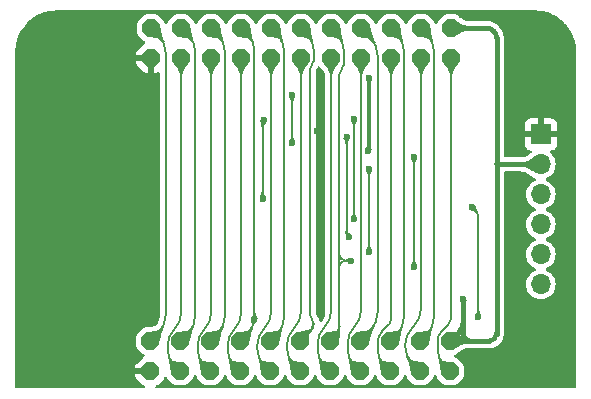
<source format=gbr>
%TF.GenerationSoftware,KiCad,Pcbnew,8.0.5*%
%TF.CreationDate,2024-10-04T20:46:01-04:00*%
%TF.ProjectId,memory card,6d656d6f-7279-4206-9361-72642e6b6963,V2*%
%TF.SameCoordinates,Original*%
%TF.FileFunction,Copper,L2,Bot*%
%TF.FilePolarity,Positive*%
%FSLAX46Y46*%
G04 Gerber Fmt 4.6, Leading zero omitted, Abs format (unit mm)*
G04 Created by KiCad (PCBNEW 8.0.5) date 2024-10-04 20:46:01*
%MOMM*%
%LPD*%
G01*
G04 APERTURE LIST*
G04 Aperture macros list*
%AMOutline5P*
0 Free polygon, 5 corners , with rotation*
0 The origin of the aperture is its center*
0 number of corners: always 5*
0 $1 to $10 corner X, Y*
0 $11 Rotation angle, in degrees counterclockwise*
0 create outline with 5 corners*
4,1,5,$1,$2,$3,$4,$5,$6,$7,$8,$9,$10,$1,$2,$11*%
%AMOutline6P*
0 Free polygon, 6 corners , with rotation*
0 The origin of the aperture is its center*
0 number of corners: always 6*
0 $1 to $12 corner X, Y*
0 $13 Rotation angle, in degrees counterclockwise*
0 create outline with 6 corners*
4,1,6,$1,$2,$3,$4,$5,$6,$7,$8,$9,$10,$11,$12,$1,$2,$13*%
%AMOutline7P*
0 Free polygon, 7 corners , with rotation*
0 The origin of the aperture is its center*
0 number of corners: always 7*
0 $1 to $14 corner X, Y*
0 $15 Rotation angle, in degrees counterclockwise*
0 create outline with 7 corners*
4,1,7,$1,$2,$3,$4,$5,$6,$7,$8,$9,$10,$11,$12,$13,$14,$1,$2,$15*%
%AMOutline8P*
0 Free polygon, 8 corners , with rotation*
0 The origin of the aperture is its center*
0 number of corners: always 8*
0 $1 to $16 corner X, Y*
0 $17 Rotation angle, in degrees counterclockwise*
0 create outline with 8 corners*
4,1,8,$1,$2,$3,$4,$5,$6,$7,$8,$9,$10,$11,$12,$13,$14,$15,$16,$1,$2,$17*%
G04 Aperture macros list end*
%TA.AperFunction,ComponentPad*%
%ADD10Outline8P,-0.762000X0.315631X-0.315631X0.762000X0.315631X0.762000X0.762000X0.315631X0.762000X-0.315631X0.315631X-0.762000X-0.315631X-0.762000X-0.762000X-0.315631X0.000000*%
%TD*%
%TA.AperFunction,ComponentPad*%
%ADD11R,1.700000X1.700000*%
%TD*%
%TA.AperFunction,ComponentPad*%
%ADD12O,1.700000X1.700000*%
%TD*%
%TA.AperFunction,ViaPad*%
%ADD13C,0.600000*%
%TD*%
%TA.AperFunction,Conductor*%
%ADD14C,0.200000*%
%TD*%
%TA.AperFunction,Conductor*%
%ADD15C,0.300000*%
%TD*%
%TA.AperFunction,Conductor*%
%ADD16C,0.400000*%
%TD*%
G04 APERTURE END LIST*
D10*
%TO.P,JP1,1,1*%
%TO.N,GND*%
X145550000Y-91600000D03*
%TO.P,JP1,2,2*%
%TO.N,1*%
X145550000Y-89060000D03*
%TO.P,JP1,3,3*%
%TO.N,13*%
X148090000Y-91600000D03*
%TO.P,JP1,4,4*%
%TO.N,2*%
X148090000Y-89060000D03*
%TO.P,JP1,5,5*%
%TO.N,14*%
X150630000Y-91600000D03*
%TO.P,JP1,6,6*%
%TO.N,3*%
X150630000Y-89060000D03*
%TO.P,JP1,7,7*%
%TO.N,15*%
X153170000Y-91600000D03*
%TO.P,JP1,8,8*%
%TO.N,MISO*%
X153170000Y-89060000D03*
%TO.P,JP1,9,9*%
%TO.N,16*%
X155710000Y-91600000D03*
%TO.P,JP1,10,10*%
%TO.N,CS*%
X155710000Y-89060000D03*
%TO.P,JP1,11,11*%
%TO.N,17*%
X158250000Y-91600000D03*
%TO.P,JP1,12,12*%
%TO.N,SCK*%
X158250000Y-89060000D03*
%TO.P,JP1,13,13*%
%TO.N,18*%
X160790000Y-91600000D03*
%TO.P,JP1,14,14*%
%TO.N,MOSI*%
X160790000Y-89060000D03*
%TO.P,JP1,15,15*%
%TO.N,19*%
X163330000Y-91600000D03*
%TO.P,JP1,16,16*%
%TO.N,8*%
X163330000Y-89060000D03*
%TO.P,JP1,17,17*%
%TO.N,20*%
X165870000Y-91600000D03*
%TO.P,JP1,18,18*%
%TO.N,9*%
X165870000Y-89060000D03*
%TO.P,JP1,19,19*%
%TO.N,21*%
X168410000Y-91600000D03*
%TO.P,JP1,20,20*%
%TO.N,10*%
X168410000Y-89060000D03*
%TO.P,JP1,21,21*%
%TO.N,22*%
X170950000Y-91600000D03*
%TO.P,JP1,22,22*%
%TO.N,VCC*%
X170950000Y-89060000D03*
%TD*%
D11*
%TO.P,J3,1*%
%TO.N,GND*%
X178553189Y-98060000D03*
D12*
%TO.P,J3,2*%
%TO.N,VCC*%
X178553189Y-100600000D03*
%TO.P,J3,3*%
%TO.N,MISO*%
X178553189Y-103140000D03*
%TO.P,J3,4*%
%TO.N,MOSI*%
X178553189Y-105680000D03*
%TO.P,J3,5*%
%TO.N,SCK*%
X178553189Y-108220000D03*
%TO.P,J3,6*%
%TO.N,CS*%
X178553189Y-110760000D03*
%TD*%
D10*
%TO.P,JP2,1,1*%
%TO.N,GND*%
X145473189Y-118100000D03*
%TO.P,JP2,2,2*%
%TO.N,1*%
X145473189Y-115560000D03*
%TO.P,JP2,3,3*%
%TO.N,13*%
X148013189Y-118100000D03*
%TO.P,JP2,4,4*%
%TO.N,2*%
X148013189Y-115560000D03*
%TO.P,JP2,5,5*%
%TO.N,14*%
X150553189Y-118100000D03*
%TO.P,JP2,6,6*%
%TO.N,3*%
X150553189Y-115560000D03*
%TO.P,JP2,7,7*%
%TO.N,15*%
X153093189Y-118100000D03*
%TO.P,JP2,8,8*%
%TO.N,MISO*%
X153093189Y-115560000D03*
%TO.P,JP2,9,9*%
%TO.N,16*%
X155633189Y-118100000D03*
%TO.P,JP2,10,10*%
%TO.N,CS*%
X155633189Y-115560000D03*
%TO.P,JP2,11,11*%
%TO.N,17*%
X158173189Y-118100000D03*
%TO.P,JP2,12,12*%
%TO.N,SCK*%
X158173189Y-115560000D03*
%TO.P,JP2,13,13*%
%TO.N,18*%
X160713189Y-118100000D03*
%TO.P,JP2,14,14*%
%TO.N,MOSI*%
X160713189Y-115560000D03*
%TO.P,JP2,15,15*%
%TO.N,19*%
X163253189Y-118100000D03*
%TO.P,JP2,16,16*%
%TO.N,8*%
X163253189Y-115560000D03*
%TO.P,JP2,17,17*%
%TO.N,20*%
X165793189Y-118100000D03*
%TO.P,JP2,18,18*%
%TO.N,9*%
X165793189Y-115560000D03*
%TO.P,JP2,19,19*%
%TO.N,21*%
X168333189Y-118100000D03*
%TO.P,JP2,20,20*%
%TO.N,10*%
X168333189Y-115560000D03*
%TO.P,JP2,21,21*%
%TO.N,22*%
X170873189Y-118100000D03*
%TO.P,JP2,22,22*%
%TO.N,VCC*%
X170873189Y-115560000D03*
%TD*%
D13*
%TO.N,Net-(IC2-2A)*%
X162350000Y-106750000D03*
X162100000Y-98250000D03*
%TO.N,CS_LLS*%
X164000000Y-108000000D03*
X164000000Y-101000000D03*
%TO.N,P\u002C+3.3*%
X164000000Y-93250000D03*
X163950735Y-99450735D03*
%TO.N,Net-(IC2-3A)*%
X167808988Y-100000000D03*
X167808988Y-109250000D03*
%TO.N,Net-(IC2-1A)*%
X162730000Y-105250000D03*
X162730000Y-96750000D03*
%TO.N,D0_LLS*%
X157500000Y-94750000D03*
X157500000Y-98750000D03*
%TO.N,DI_LLS*%
X155000000Y-103500000D03*
X155100000Y-96850000D03*
%TO.N,MISO*%
X173250000Y-113500000D03*
X154303189Y-113750000D03*
X172750000Y-104250000D03*
%TO.N,MOSI*%
X162500000Y-108750000D03*
%TO.N,GND*%
X160000000Y-101250000D03*
X159600000Y-97750000D03*
%TO.N,VCC*%
X172000000Y-112000000D03*
%TD*%
D14*
%TO.N,Net-(IC2-2A)*%
X162100000Y-98250000D02*
X162100000Y-106323223D01*
X162350000Y-106750000D02*
X162225000Y-106625000D01*
X162100000Y-106323223D02*
G75*
G03*
X162225007Y-106624993I426800J23D01*
G01*
%TO.N,CS_LLS*%
X164000000Y-108000000D02*
X164000000Y-101000000D01*
D15*
%TO.N,P\u002C+3.3*%
X164000000Y-99366634D02*
X164000000Y-93250000D01*
D14*
X163975367Y-99426102D02*
X163950735Y-99450735D01*
D15*
X164000000Y-99366634D02*
G75*
G02*
X163975350Y-99426085I-84100J34D01*
G01*
D14*
%TO.N,Net-(IC2-3A)*%
X167808988Y-109250000D02*
X167808988Y-100000000D01*
%TO.N,Net-(IC2-1A)*%
X162730000Y-105250000D02*
X162730000Y-96750000D01*
%TO.N,D0_LLS*%
X157500000Y-98750000D02*
X157500000Y-94750000D01*
%TO.N,DI_LLS*%
X155100000Y-96850000D02*
X155050000Y-96900000D01*
X155000000Y-103500000D02*
X155000000Y-97020710D01*
X155050000Y-96900000D02*
G75*
G03*
X155000004Y-97020710I120700J-120700D01*
G01*
%TO.N,MISO*%
X153736594Y-89626594D02*
X153170000Y-89060000D01*
X173000000Y-104500000D02*
X172750000Y-104250000D01*
X153698189Y-114955000D02*
X153093189Y-115560000D01*
X173250000Y-113500000D02*
X173250000Y-105103553D01*
X154303189Y-90994474D02*
X154303189Y-113494400D01*
X173000000Y-104500000D02*
G75*
G02*
X173250019Y-105103553I-603600J-603600D01*
G01*
X154303189Y-113494400D02*
G75*
G02*
X153698186Y-114954997I-2065589J0D01*
G01*
X153736594Y-89626594D02*
G75*
G02*
X154303203Y-90994474I-1367894J-1367906D01*
G01*
%TO.N,CS*%
X156218189Y-114975000D02*
X155633189Y-115560000D01*
X156256594Y-89606594D02*
X155710000Y-89060000D01*
X156803189Y-113562685D02*
X156803189Y-90926190D01*
X156256594Y-89606594D02*
G75*
G02*
X156803196Y-90926190I-1319594J-1319606D01*
G01*
X156803189Y-113562685D02*
G75*
G02*
X156218191Y-114975002I-1997289J-15D01*
G01*
%TO.N,MOSI*%
X161106594Y-115166594D02*
X160713189Y-115560000D01*
X161500000Y-109250000D02*
X161500000Y-108250000D01*
X161500000Y-108250000D02*
X161500000Y-92998901D01*
X162500000Y-108750000D02*
X162000000Y-108750000D01*
X161321000Y-89591000D02*
X160790000Y-89060000D01*
X161852000Y-90872947D02*
X161852000Y-92149098D01*
X161500000Y-114216829D02*
X161500000Y-109250000D01*
X161500000Y-114216829D02*
G75*
G02*
X161106586Y-115166586I-1343200J29D01*
G01*
X161321000Y-89591000D02*
G75*
G02*
X161851951Y-90872947I-1282000J-1281900D01*
G01*
X161852000Y-92149098D02*
G75*
G02*
X161676000Y-92574000I-600900J-2D01*
G01*
X161676000Y-92574000D02*
G75*
G03*
X161500001Y-92998901I424900J-424900D01*
G01*
X162000000Y-108750000D02*
G75*
G03*
X161500000Y-109250000I0J-500000D01*
G01*
X161500000Y-108250000D02*
G75*
G03*
X162000000Y-108750000I500000J0D01*
G01*
%TO.N,SCK*%
X159312000Y-90872947D02*
X159312000Y-91819278D01*
X159000000Y-92572513D02*
X159000000Y-113292424D01*
X159083985Y-114649203D02*
X158173189Y-115560000D01*
X158781000Y-89591000D02*
X158250000Y-89060000D01*
X159303189Y-114120000D02*
X159303189Y-114024386D01*
X159000000Y-113292424D02*
G75*
G03*
X159151601Y-113658398I517600J24D01*
G01*
X159303189Y-114120000D02*
G75*
G02*
X159083982Y-114649200I-748389J0D01*
G01*
X159312000Y-91819278D02*
G75*
G02*
X159156007Y-92195903I-532600J-22D01*
G01*
X159151594Y-113658405D02*
G75*
G02*
X159303194Y-114024386I-365994J-365995D01*
G01*
X158781000Y-89591000D02*
G75*
G02*
X159311951Y-90872947I-1282000J-1281900D01*
G01*
X159156000Y-92195896D02*
G75*
G03*
X159000004Y-92572513I376600J-376604D01*
G01*
%TO.N,GND*%
X160000000Y-98432842D02*
X160000000Y-101250000D01*
X159800000Y-97950000D02*
X159600000Y-97750000D01*
X159800000Y-97950000D02*
G75*
G02*
X159999982Y-98432842I-482800J-482800D01*
G01*
D16*
%TO.N,VCC*%
X171271576Y-115161611D02*
X171601612Y-114831576D01*
X174803189Y-100588284D02*
X174803189Y-114919834D01*
X172000000Y-113869783D02*
X172000000Y-114996594D01*
X172563405Y-115560000D02*
X171436594Y-115560000D01*
X174803189Y-100588284D02*
X174803189Y-100531715D01*
X174163023Y-115560000D02*
X172563405Y-115560000D01*
X172000000Y-112000000D02*
X172000000Y-113869783D01*
X174803189Y-100531715D02*
X174803189Y-89913553D01*
X173949635Y-89060000D02*
X170950000Y-89060000D01*
X174871473Y-100600000D02*
X178553189Y-100600000D01*
X171601612Y-114831576D02*
G75*
G03*
X171999982Y-113869783I-961812J961776D01*
G01*
X174823189Y-100580000D02*
G75*
G03*
X174871473Y-100600014I48311J48300D01*
G01*
X174615689Y-115372500D02*
G75*
G02*
X174163023Y-115560007I-452689J452700D01*
G01*
X174553189Y-89310000D02*
G75*
G02*
X174803212Y-89913553I-603589J-603600D01*
G01*
X172000000Y-114996594D02*
G75*
G03*
X172563405Y-115560000I563400J-6D01*
G01*
X172000000Y-114996594D02*
G75*
G03*
X171601579Y-114831543I-233400J-6D01*
G01*
X174803189Y-114919834D02*
G75*
G02*
X174615676Y-115372487I-640189J34D01*
G01*
X174553189Y-89310000D02*
G75*
G03*
X173949635Y-89059959I-603589J-603500D01*
G01*
X171436594Y-115560000D02*
G75*
G03*
X172000000Y-114996594I6J563400D01*
G01*
X174823189Y-100580000D02*
G75*
G03*
X174803170Y-100588284I-8289J-8300D01*
G01*
X171271576Y-115161611D02*
G75*
G03*
X171436594Y-115559954I165024J-164989D01*
G01*
X174803189Y-100531715D02*
G75*
G03*
X174823191Y-100579998I68311J15D01*
G01*
D14*
%TO.N,2*%
X148658189Y-114915000D02*
X148013189Y-115560000D01*
X148696594Y-89666594D02*
X148090000Y-89060000D01*
X149303189Y-91131043D02*
X149303189Y-113357832D01*
X148696594Y-89666594D02*
G75*
G02*
X149303145Y-91131043I-1464494J-1464406D01*
G01*
X149303189Y-113357832D02*
G75*
G02*
X148658177Y-114914988I-2202189J32D01*
G01*
%TO.N,14*%
X150630000Y-113176032D02*
X150630000Y-91600000D01*
X150022189Y-117569000D02*
X150553189Y-118100000D01*
X149491189Y-115925364D02*
X149491189Y-116287052D01*
X149491189Y-116287052D02*
G75*
G03*
X150022173Y-117569016I1812911J-48D01*
G01*
X150630000Y-113176032D02*
G75*
G02*
X150060584Y-114550688I-1944100J32D01*
G01*
X150060594Y-114550698D02*
G75*
G03*
X149491175Y-115925364I1374706J-1374702D01*
G01*
%TO.N,20*%
X165711594Y-114151594D02*
X165557394Y-114305794D01*
X164731189Y-116287052D02*
X164731189Y-115692934D01*
X165136240Y-114715051D02*
X165537087Y-114314205D01*
X165262189Y-117569000D02*
X165793189Y-118100000D01*
X165870000Y-113769169D02*
X165870000Y-91600000D01*
X165136240Y-114715051D02*
G75*
G03*
X164731205Y-115692934I977860J-977849D01*
G01*
X164731189Y-116287052D02*
G75*
G03*
X165262173Y-117569016I1812911J-48D01*
G01*
X165870000Y-113769169D02*
G75*
G02*
X165711603Y-114151603I-540800J-31D01*
G01*
X165557394Y-114305794D02*
G75*
G02*
X165547241Y-114310016I-10194J10194D01*
G01*
X165547241Y-114310000D02*
G75*
G03*
X165537079Y-114314197I-41J-14300D01*
G01*
%TO.N,9*%
X166401000Y-89591000D02*
X165870000Y-89060000D01*
X166932000Y-113615928D02*
X166932000Y-90872947D01*
X166362594Y-114990594D02*
X165793189Y-115560000D01*
X166401000Y-89591000D02*
G75*
G02*
X166931951Y-90872947I-1282000J-1281900D01*
G01*
X166932000Y-113615928D02*
G75*
G02*
X166362586Y-114990586I-1944100J28D01*
G01*
%TO.N,16*%
X155093189Y-117560000D02*
X155633189Y-118100000D01*
X154553189Y-116256324D02*
X154553189Y-115877988D01*
X155710000Y-113085200D02*
X155710000Y-91600000D01*
X154553189Y-116256324D02*
G75*
G03*
X155093194Y-117559995I1843711J24D01*
G01*
X155131594Y-114481594D02*
G75*
G03*
X154553184Y-115877988I1396406J-1396406D01*
G01*
X155710000Y-113085200D02*
G75*
G02*
X155131594Y-114481594I-1974800J0D01*
G01*
%TO.N,19*%
X162191189Y-115727260D02*
X162191189Y-116287052D01*
X162722189Y-117569000D02*
X163253189Y-118100000D01*
X163330000Y-112977928D02*
X163330000Y-91600000D01*
X162760594Y-114352594D02*
G75*
G03*
X162191172Y-115727260I1374706J-1374706D01*
G01*
X162191189Y-116287052D02*
G75*
G03*
X162722173Y-117569016I1812911J-48D01*
G01*
X163330000Y-112977928D02*
G75*
G02*
X162760586Y-114352586I-1944100J28D01*
G01*
%TO.N,17*%
X158250000Y-113016915D02*
X158250000Y-91600000D01*
X157053189Y-115906273D02*
X157053189Y-116188040D01*
X157613189Y-117540000D02*
X158173189Y-118100000D01*
X157053189Y-116188040D02*
G75*
G03*
X157613219Y-117539970I1911911J40D01*
G01*
X157651594Y-114461594D02*
G75*
G03*
X157053177Y-115906273I1444706J-1444706D01*
G01*
X158250000Y-113016915D02*
G75*
G02*
X157651590Y-114461590I-2043100J15D01*
G01*
%TO.N,15*%
X153170000Y-113176032D02*
X153170000Y-91600000D01*
X152562189Y-117569000D02*
X153093189Y-118100000D01*
X152031189Y-116287052D02*
X152031189Y-115925364D01*
X153170000Y-113176032D02*
G75*
G02*
X152600584Y-114550688I-1944100J32D01*
G01*
X152600594Y-114550698D02*
G75*
G03*
X152031175Y-115925364I1374706J-1374702D01*
G01*
X152031189Y-116287052D02*
G75*
G03*
X152562173Y-117569016I1812911J-48D01*
G01*
%TO.N,1*%
X146138189Y-114895000D02*
X145473189Y-115560000D01*
X146803189Y-113289547D02*
X146803189Y-91199327D01*
X146176594Y-89686594D02*
X145550000Y-89060000D01*
X146803189Y-113289547D02*
G75*
G02*
X146138173Y-114894984I-2270489J47D01*
G01*
X146176594Y-89686594D02*
G75*
G02*
X146803181Y-91199327I-1512694J-1512706D01*
G01*
%TO.N,10*%
X169472000Y-113615928D02*
X169472000Y-90872947D01*
X168902594Y-114990594D02*
X168333189Y-115560000D01*
X168941000Y-89591000D02*
X168410000Y-89060000D01*
X169472000Y-113615928D02*
G75*
G02*
X168902586Y-114990586I-1944100J28D01*
G01*
X168941000Y-89591000D02*
G75*
G02*
X169471951Y-90872947I-1282000J-1281900D01*
G01*
%TO.N,3*%
X151178189Y-114935000D02*
X150553189Y-115560000D01*
X151216594Y-89646594D02*
X150630000Y-89060000D01*
X151803189Y-113426116D02*
X151803189Y-91062758D01*
X151216594Y-89646594D02*
G75*
G02*
X151803209Y-91062758I-1416194J-1416206D01*
G01*
X151803189Y-113426116D02*
G75*
G02*
X151178182Y-114934993I-2133889J16D01*
G01*
%TO.N,8*%
X164750000Y-113004783D02*
X164750000Y-91484091D01*
X164040000Y-89770000D02*
X163330000Y-89060000D01*
X164001594Y-114811594D02*
X163253189Y-115560000D01*
X164750000Y-113004783D02*
G75*
G02*
X164001599Y-114811599I-2555200J-17D01*
G01*
X164040000Y-89770000D02*
G75*
G02*
X164750003Y-91484091I-1714100J-1714100D01*
G01*
%TO.N,18*%
X160790000Y-113017928D02*
X160790000Y-91600000D01*
X160182189Y-117569000D02*
X160713189Y-118100000D01*
X159651189Y-115767260D02*
X159651189Y-116287052D01*
X159651189Y-116287052D02*
G75*
G03*
X160182173Y-117569016I1812911J-48D01*
G01*
X160220594Y-114392594D02*
G75*
G03*
X159651172Y-115767260I1374706J-1374706D01*
G01*
X160790000Y-113017928D02*
G75*
G02*
X160220586Y-114392586I-1944100J28D01*
G01*
%TO.N,21*%
X167731594Y-114381594D02*
X167675442Y-114437746D01*
X167675442Y-117442253D02*
X168333189Y-118100000D01*
X168410000Y-112743778D02*
X168410000Y-91600000D01*
X167675442Y-114437746D02*
G75*
G03*
X167053189Y-115940000I1502258J-1502254D01*
G01*
X168410000Y-112743778D02*
G75*
G02*
X167731601Y-114381601I-2316200J-22D01*
G01*
X167053189Y-115940000D02*
G75*
G03*
X167675441Y-117442254I2124511J0D01*
G01*
%TO.N,13*%
X146951189Y-115925364D02*
X146951189Y-116287052D01*
X147482189Y-117569000D02*
X148013189Y-118100000D01*
X148090000Y-113176032D02*
X148090000Y-91600000D01*
X146951189Y-116287052D02*
G75*
G03*
X147482173Y-117569016I1812911J-48D01*
G01*
X147520594Y-114550698D02*
G75*
G03*
X146951175Y-115925364I1374706J-1374702D01*
G01*
X148090000Y-113176032D02*
G75*
G02*
X147520584Y-114550688I-1944100J32D01*
G01*
%TO.N,22*%
X170338189Y-117565000D02*
X170873189Y-118100000D01*
X169803189Y-115590330D02*
X169803189Y-116273395D01*
X170354783Y-114508405D02*
X170178189Y-114685000D01*
X170751594Y-114111594D02*
X170354783Y-114508405D01*
X170950000Y-113632601D02*
X170950000Y-91600000D01*
X169803189Y-116273395D02*
G75*
G03*
X170338185Y-117565004I1826611J-5D01*
G01*
X170178189Y-114685000D02*
G75*
G03*
X169803205Y-115590330I905311J-905300D01*
G01*
X170950000Y-113632601D02*
G75*
G02*
X170751594Y-114111594I-677400J1D01*
G01*
%TD*%
%TA.AperFunction,Conductor*%
%TO.N,GND*%
G36*
X178056223Y-87560649D02*
G01*
X178390124Y-87577051D01*
X178402226Y-87578243D01*
X178729886Y-87626846D01*
X178741816Y-87629219D01*
X179063141Y-87709706D01*
X179074775Y-87713236D01*
X179386662Y-87824831D01*
X179397903Y-87829486D01*
X179697346Y-87971111D01*
X179708067Y-87976842D01*
X179992188Y-88147137D01*
X180002303Y-88153895D01*
X180268365Y-88351220D01*
X180277764Y-88358932D01*
X180523211Y-88581392D01*
X180531801Y-88589982D01*
X180633498Y-88702187D01*
X180754252Y-88835419D01*
X180761972Y-88844825D01*
X180959300Y-89110890D01*
X180966060Y-89121008D01*
X181136347Y-89405114D01*
X181142084Y-89415846D01*
X181223270Y-89587498D01*
X181264831Y-89675372D01*
X181283711Y-89715289D01*
X181288368Y-89726532D01*
X181399960Y-90038413D01*
X181403492Y-90050057D01*
X181483977Y-90371371D01*
X181486351Y-90383306D01*
X181534954Y-90710960D01*
X181536147Y-90723070D01*
X181552540Y-91056742D01*
X181552689Y-91062827D01*
X181552689Y-119435500D01*
X181533004Y-119502539D01*
X181480200Y-119548294D01*
X181428689Y-119559500D01*
X146034858Y-119559500D01*
X145967819Y-119539815D01*
X145922064Y-119487011D01*
X145912120Y-119417853D01*
X145941145Y-119354297D01*
X145987406Y-119320939D01*
X146046578Y-119296429D01*
X146113416Y-119244507D01*
X146113429Y-119244496D01*
X146617685Y-118740240D01*
X146617696Y-118740227D01*
X146669617Y-118673390D01*
X146682971Y-118641151D01*
X146726811Y-118586747D01*
X146793105Y-118564681D01*
X146860805Y-118581959D01*
X146899757Y-118621118D01*
X146900166Y-118620797D01*
X146902947Y-118624324D01*
X146904508Y-118625894D01*
X146905446Y-118627495D01*
X146905450Y-118627500D01*
X146938167Y-118669001D01*
X147444186Y-119175020D01*
X147468541Y-119194220D01*
X147485686Y-119207737D01*
X147485690Y-119207740D01*
X147574429Y-119244496D01*
X147602898Y-119256288D01*
X147655378Y-119262499D01*
X147655379Y-119262500D01*
X147655382Y-119262500D01*
X148371005Y-119262500D01*
X148402488Y-119258772D01*
X148423480Y-119256288D01*
X148540689Y-119207739D01*
X148582190Y-119175022D01*
X149088209Y-118669003D01*
X149120928Y-118627500D01*
X149168628Y-118512338D01*
X149212467Y-118457938D01*
X149278761Y-118435872D01*
X149346460Y-118453150D01*
X149394071Y-118504287D01*
X149397749Y-118512340D01*
X149445449Y-118627499D01*
X149456212Y-118641151D01*
X149478167Y-118669001D01*
X149984186Y-119175020D01*
X150008541Y-119194220D01*
X150025686Y-119207737D01*
X150025690Y-119207740D01*
X150114429Y-119244496D01*
X150142898Y-119256288D01*
X150195378Y-119262499D01*
X150195379Y-119262500D01*
X150195382Y-119262500D01*
X150911005Y-119262500D01*
X150942488Y-119258772D01*
X150963480Y-119256288D01*
X151080689Y-119207739D01*
X151122190Y-119175022D01*
X151628209Y-118669003D01*
X151660928Y-118627500D01*
X151708628Y-118512338D01*
X151752467Y-118457938D01*
X151818761Y-118435872D01*
X151886460Y-118453150D01*
X151934071Y-118504287D01*
X151937749Y-118512340D01*
X151985449Y-118627499D01*
X151996212Y-118641151D01*
X152018167Y-118669001D01*
X152524186Y-119175020D01*
X152548541Y-119194220D01*
X152565686Y-119207737D01*
X152565690Y-119207740D01*
X152654429Y-119244496D01*
X152682898Y-119256288D01*
X152735378Y-119262499D01*
X152735379Y-119262500D01*
X152735382Y-119262500D01*
X153451005Y-119262500D01*
X153482488Y-119258772D01*
X153503480Y-119256288D01*
X153620689Y-119207739D01*
X153662190Y-119175022D01*
X154168209Y-118669003D01*
X154200928Y-118627500D01*
X154248628Y-118512338D01*
X154292467Y-118457938D01*
X154358761Y-118435872D01*
X154426460Y-118453150D01*
X154474071Y-118504287D01*
X154477749Y-118512340D01*
X154525449Y-118627499D01*
X154536212Y-118641151D01*
X154558167Y-118669001D01*
X155064186Y-119175020D01*
X155088541Y-119194220D01*
X155105686Y-119207737D01*
X155105690Y-119207740D01*
X155194429Y-119244496D01*
X155222898Y-119256288D01*
X155275378Y-119262499D01*
X155275379Y-119262500D01*
X155275382Y-119262500D01*
X155991005Y-119262500D01*
X156022488Y-119258772D01*
X156043480Y-119256288D01*
X156160689Y-119207739D01*
X156202190Y-119175022D01*
X156708209Y-118669003D01*
X156740928Y-118627500D01*
X156788628Y-118512338D01*
X156832467Y-118457938D01*
X156898761Y-118435872D01*
X156966460Y-118453150D01*
X157014071Y-118504287D01*
X157017749Y-118512340D01*
X157065449Y-118627499D01*
X157076212Y-118641151D01*
X157098167Y-118669001D01*
X157604186Y-119175020D01*
X157628541Y-119194220D01*
X157645686Y-119207737D01*
X157645690Y-119207740D01*
X157734429Y-119244496D01*
X157762898Y-119256288D01*
X157815378Y-119262499D01*
X157815379Y-119262500D01*
X157815382Y-119262500D01*
X158531005Y-119262500D01*
X158562488Y-119258772D01*
X158583480Y-119256288D01*
X158700689Y-119207739D01*
X158742190Y-119175022D01*
X159248209Y-118669003D01*
X159280928Y-118627500D01*
X159328628Y-118512338D01*
X159372467Y-118457938D01*
X159438761Y-118435872D01*
X159506460Y-118453150D01*
X159554071Y-118504287D01*
X159557749Y-118512340D01*
X159605449Y-118627499D01*
X159616212Y-118641151D01*
X159638167Y-118669001D01*
X160144186Y-119175020D01*
X160168541Y-119194220D01*
X160185686Y-119207737D01*
X160185690Y-119207740D01*
X160274429Y-119244496D01*
X160302898Y-119256288D01*
X160355378Y-119262499D01*
X160355379Y-119262500D01*
X160355382Y-119262500D01*
X161071005Y-119262500D01*
X161102488Y-119258772D01*
X161123480Y-119256288D01*
X161240689Y-119207739D01*
X161282190Y-119175022D01*
X161788209Y-118669003D01*
X161820928Y-118627500D01*
X161868628Y-118512338D01*
X161912467Y-118457938D01*
X161978761Y-118435872D01*
X162046460Y-118453150D01*
X162094071Y-118504287D01*
X162097749Y-118512340D01*
X162145449Y-118627499D01*
X162156212Y-118641151D01*
X162178167Y-118669001D01*
X162684186Y-119175020D01*
X162708541Y-119194220D01*
X162725686Y-119207737D01*
X162725690Y-119207740D01*
X162814429Y-119244496D01*
X162842898Y-119256288D01*
X162895378Y-119262499D01*
X162895379Y-119262500D01*
X162895382Y-119262500D01*
X163611005Y-119262500D01*
X163642488Y-119258772D01*
X163663480Y-119256288D01*
X163780689Y-119207739D01*
X163822190Y-119175022D01*
X164328209Y-118669003D01*
X164360928Y-118627500D01*
X164408628Y-118512338D01*
X164452467Y-118457938D01*
X164518761Y-118435872D01*
X164586460Y-118453150D01*
X164634071Y-118504287D01*
X164637749Y-118512340D01*
X164685449Y-118627499D01*
X164696212Y-118641151D01*
X164718167Y-118669001D01*
X165224186Y-119175020D01*
X165248541Y-119194220D01*
X165265686Y-119207737D01*
X165265690Y-119207740D01*
X165354429Y-119244496D01*
X165382898Y-119256288D01*
X165435378Y-119262499D01*
X165435379Y-119262500D01*
X165435382Y-119262500D01*
X166151005Y-119262500D01*
X166182488Y-119258772D01*
X166203480Y-119256288D01*
X166320689Y-119207739D01*
X166362190Y-119175022D01*
X166868209Y-118669003D01*
X166900928Y-118627500D01*
X166948628Y-118512338D01*
X166992467Y-118457938D01*
X167058761Y-118435872D01*
X167126460Y-118453150D01*
X167174071Y-118504287D01*
X167177749Y-118512340D01*
X167225449Y-118627499D01*
X167236212Y-118641151D01*
X167258167Y-118669001D01*
X167764186Y-119175020D01*
X167788541Y-119194220D01*
X167805686Y-119207737D01*
X167805690Y-119207740D01*
X167894429Y-119244496D01*
X167922898Y-119256288D01*
X167975378Y-119262499D01*
X167975379Y-119262500D01*
X167975382Y-119262500D01*
X168691005Y-119262500D01*
X168722488Y-119258772D01*
X168743480Y-119256288D01*
X168860689Y-119207739D01*
X168902190Y-119175022D01*
X169408209Y-118669003D01*
X169440928Y-118627500D01*
X169488628Y-118512338D01*
X169532467Y-118457938D01*
X169598761Y-118435872D01*
X169666460Y-118453150D01*
X169714071Y-118504287D01*
X169717749Y-118512340D01*
X169765449Y-118627499D01*
X169776212Y-118641151D01*
X169798167Y-118669001D01*
X170304186Y-119175020D01*
X170328541Y-119194220D01*
X170345686Y-119207737D01*
X170345690Y-119207740D01*
X170434429Y-119244496D01*
X170462898Y-119256288D01*
X170515378Y-119262499D01*
X170515379Y-119262500D01*
X170515382Y-119262500D01*
X171231005Y-119262500D01*
X171262488Y-119258772D01*
X171283480Y-119256288D01*
X171400689Y-119207739D01*
X171442190Y-119175022D01*
X171948209Y-118669003D01*
X171980928Y-118627500D01*
X171983572Y-118621118D01*
X171999791Y-118581959D01*
X172029477Y-118510291D01*
X172035689Y-118457807D01*
X172035689Y-117742187D01*
X172034751Y-117734264D01*
X172030719Y-117700204D01*
X172029477Y-117689709D01*
X171995333Y-117607276D01*
X171980929Y-117572501D01*
X171948214Y-117531003D01*
X171948211Y-117530999D01*
X171442192Y-117024980D01*
X171408890Y-116998726D01*
X171400691Y-116992262D01*
X171400687Y-116992259D01*
X171285530Y-116944561D01*
X171231126Y-116900721D01*
X171209061Y-116834427D01*
X171226340Y-116766727D01*
X171277477Y-116719116D01*
X171285530Y-116715439D01*
X171400687Y-116667740D01*
X171400687Y-116667739D01*
X171400689Y-116667739D01*
X171442190Y-116635022D01*
X171552777Y-116524434D01*
X171575989Y-116506193D01*
X171670648Y-116448587D01*
X171678190Y-116443883D01*
X171678600Y-116443621D01*
X171685276Y-116439262D01*
X171787281Y-116371217D01*
X171787280Y-116371216D01*
X171833046Y-116340687D01*
X171835265Y-116338623D01*
X171876854Y-116310358D01*
X171880370Y-116308055D01*
X171947357Y-116265774D01*
X171955682Y-116260960D01*
X172007875Y-116233432D01*
X172020318Y-116227724D01*
X172069588Y-116208343D01*
X172084064Y-116203653D01*
X172146675Y-116187546D01*
X172160663Y-116184796D01*
X172252002Y-116172255D01*
X172263899Y-116171204D01*
X172294904Y-116169966D01*
X172304753Y-116169572D01*
X172403535Y-116165626D01*
X172403548Y-116165625D01*
X172403550Y-116165625D01*
X172427263Y-116163980D01*
X172427264Y-116163979D01*
X172432960Y-116163046D01*
X172433037Y-116163520D01*
X172456509Y-116160500D01*
X172461575Y-116160500D01*
X172461581Y-116160501D01*
X172563410Y-116160500D01*
X174082514Y-116160500D01*
X174082546Y-116160501D01*
X174090127Y-116160501D01*
X174090131Y-116160502D01*
X174111675Y-116160501D01*
X174111697Y-116160507D01*
X174163045Y-116160505D01*
X174163045Y-116160506D01*
X174260684Y-116160503D01*
X174453559Y-116129950D01*
X174639280Y-116069602D01*
X174813274Y-115980946D01*
X174900170Y-115917813D01*
X174971253Y-115866169D01*
X174971255Y-115866166D01*
X174971259Y-115866164D01*
X175012423Y-115825000D01*
X175040301Y-115797123D01*
X175040300Y-115797122D01*
X175076621Y-115760804D01*
X175097191Y-115740234D01*
X175097379Y-115740022D01*
X175102239Y-115735161D01*
X175109331Y-115728070D01*
X175224116Y-115570088D01*
X175312776Y-115396097D01*
X175373127Y-115210378D01*
X175401308Y-115032501D01*
X175403684Y-115017507D01*
X175403684Y-115008917D01*
X175403689Y-115008856D01*
X175403689Y-114908235D01*
X175403690Y-114887011D01*
X175403692Y-114846952D01*
X175403690Y-114846946D01*
X175403691Y-114839945D01*
X175403689Y-114839891D01*
X175403689Y-101324500D01*
X175423374Y-101257461D01*
X175476178Y-101211706D01*
X175527689Y-101200500D01*
X176819269Y-101200500D01*
X176843936Y-101202978D01*
X176856878Y-101205605D01*
X177014245Y-101212404D01*
X177027105Y-101213633D01*
X177130010Y-101228921D01*
X177145027Y-101232114D01*
X177216505Y-101252012D01*
X177231771Y-101257357D01*
X177289347Y-101281838D01*
X177302084Y-101288138D01*
X177323345Y-101300218D01*
X177363392Y-101322972D01*
X177371515Y-101328014D01*
X177448847Y-101380252D01*
X177451833Y-101382334D01*
X177548733Y-101452085D01*
X177550235Y-101453159D01*
X177550837Y-101453590D01*
X177554030Y-101455837D01*
X177666661Y-101534330D01*
X177670663Y-101537043D01*
X177675205Y-101540124D01*
X177675690Y-101540444D01*
X177683946Y-101545749D01*
X177684004Y-101545786D01*
X177813247Y-101626641D01*
X177825384Y-101633942D01*
X177825394Y-101633948D01*
X177826105Y-101634359D01*
X177838644Y-101641314D01*
X177984795Y-101719038D01*
X178037227Y-101739463D01*
X178044598Y-101742615D01*
X178076773Y-101757619D01*
X178129212Y-101803792D01*
X178148363Y-101870985D01*
X178128146Y-101937866D01*
X178076772Y-101982382D01*
X177925550Y-102052898D01*
X177925546Y-102052900D01*
X177746310Y-102178402D01*
X177591591Y-102333121D01*
X177466089Y-102512357D01*
X177466087Y-102512361D01*
X177373615Y-102710668D01*
X177373611Y-102710677D01*
X177316982Y-102922020D01*
X177316982Y-102922024D01*
X177297912Y-103139997D01*
X177297912Y-103140002D01*
X177316982Y-103357975D01*
X177316982Y-103357979D01*
X177373611Y-103569322D01*
X177373613Y-103569326D01*
X177373614Y-103569330D01*
X177383351Y-103590210D01*
X177466086Y-103767638D01*
X177466087Y-103767639D01*
X177591591Y-103946877D01*
X177746312Y-104101598D01*
X177915246Y-104219887D01*
X177925550Y-104227102D01*
X178076772Y-104297618D01*
X178129211Y-104343790D01*
X178148363Y-104410984D01*
X178128147Y-104477865D01*
X178076772Y-104522382D01*
X177925550Y-104592898D01*
X177925546Y-104592900D01*
X177746310Y-104718402D01*
X177591591Y-104873121D01*
X177466089Y-105052357D01*
X177466087Y-105052361D01*
X177373615Y-105250668D01*
X177373611Y-105250677D01*
X177316982Y-105462020D01*
X177316982Y-105462024D01*
X177297912Y-105679997D01*
X177297912Y-105680002D01*
X177316982Y-105897975D01*
X177316982Y-105897979D01*
X177373611Y-106109322D01*
X177373613Y-106109326D01*
X177373614Y-106109330D01*
X177385564Y-106134956D01*
X177466086Y-106307638D01*
X177466087Y-106307639D01*
X177591591Y-106486877D01*
X177746312Y-106641598D01*
X177925549Y-106767101D01*
X177925550Y-106767102D01*
X178076772Y-106837618D01*
X178129211Y-106883790D01*
X178148363Y-106950984D01*
X178128147Y-107017865D01*
X178076772Y-107062382D01*
X177925550Y-107132898D01*
X177925546Y-107132900D01*
X177746310Y-107258402D01*
X177591591Y-107413121D01*
X177466089Y-107592357D01*
X177466087Y-107592361D01*
X177373615Y-107790668D01*
X177373611Y-107790677D01*
X177316982Y-108002020D01*
X177316982Y-108002024D01*
X177297912Y-108219997D01*
X177297912Y-108220002D01*
X177316982Y-108437975D01*
X177316982Y-108437979D01*
X177373611Y-108649322D01*
X177373613Y-108649326D01*
X177373614Y-108649330D01*
X177416468Y-108741230D01*
X177466086Y-108847638D01*
X177466087Y-108847639D01*
X177591591Y-109026877D01*
X177746312Y-109181598D01*
X177925549Y-109307101D01*
X177925550Y-109307102D01*
X178076772Y-109377618D01*
X178129211Y-109423790D01*
X178148363Y-109490984D01*
X178128147Y-109557865D01*
X178076772Y-109602382D01*
X177925550Y-109672898D01*
X177925546Y-109672900D01*
X177746310Y-109798402D01*
X177591591Y-109953121D01*
X177466089Y-110132357D01*
X177466087Y-110132361D01*
X177373615Y-110330668D01*
X177373611Y-110330677D01*
X177316982Y-110542020D01*
X177316982Y-110542024D01*
X177297912Y-110759997D01*
X177297912Y-110760002D01*
X177316982Y-110977975D01*
X177316982Y-110977979D01*
X177373611Y-111189322D01*
X177373613Y-111189326D01*
X177373614Y-111189330D01*
X177419850Y-111288484D01*
X177466086Y-111387638D01*
X177485724Y-111415683D01*
X177591591Y-111566877D01*
X177746312Y-111721598D01*
X177925550Y-111847102D01*
X178123859Y-111939575D01*
X178335212Y-111996207D01*
X178518115Y-112012208D01*
X178553187Y-112015277D01*
X178553189Y-112015277D01*
X178553191Y-112015277D01*
X178581443Y-112012805D01*
X178771166Y-111996207D01*
X178982519Y-111939575D01*
X179180828Y-111847102D01*
X179360066Y-111721598D01*
X179514787Y-111566877D01*
X179640291Y-111387639D01*
X179732764Y-111189330D01*
X179789396Y-110977977D01*
X179808466Y-110760000D01*
X179789396Y-110542023D01*
X179732764Y-110330670D01*
X179640291Y-110132362D01*
X179640289Y-110132359D01*
X179640288Y-110132357D01*
X179514788Y-109953124D01*
X179471454Y-109909790D01*
X179360066Y-109798402D01*
X179180828Y-109672898D01*
X179029603Y-109602381D01*
X178977166Y-109556210D01*
X178958014Y-109489016D01*
X178978230Y-109422135D01*
X179029603Y-109377618D01*
X179180828Y-109307102D01*
X179360066Y-109181598D01*
X179514787Y-109026877D01*
X179640291Y-108847639D01*
X179732764Y-108649330D01*
X179789396Y-108437977D01*
X179808466Y-108220000D01*
X179789396Y-108002023D01*
X179732764Y-107790670D01*
X179640291Y-107592362D01*
X179640289Y-107592359D01*
X179640288Y-107592357D01*
X179514788Y-107413124D01*
X179459349Y-107357685D01*
X179360066Y-107258402D01*
X179180828Y-107132898D01*
X179029603Y-107062381D01*
X178977166Y-107016210D01*
X178958014Y-106949016D01*
X178978230Y-106882135D01*
X179029603Y-106837618D01*
X179180828Y-106767102D01*
X179360066Y-106641598D01*
X179514787Y-106486877D01*
X179640291Y-106307639D01*
X179732764Y-106109330D01*
X179789396Y-105897977D01*
X179808466Y-105680000D01*
X179789396Y-105462023D01*
X179732764Y-105250670D01*
X179640291Y-105052362D01*
X179640289Y-105052359D01*
X179640288Y-105052357D01*
X179514788Y-104873124D01*
X179472398Y-104830734D01*
X179360066Y-104718402D01*
X179180828Y-104592898D01*
X179029603Y-104522381D01*
X178977166Y-104476210D01*
X178958014Y-104409016D01*
X178978230Y-104342135D01*
X179029603Y-104297618D01*
X179180828Y-104227102D01*
X179360066Y-104101598D01*
X179514787Y-103946877D01*
X179640291Y-103767639D01*
X179732764Y-103569330D01*
X179789396Y-103357977D01*
X179808466Y-103140000D01*
X179789396Y-102922023D01*
X179732764Y-102710670D01*
X179640291Y-102512362D01*
X179640289Y-102512359D01*
X179640288Y-102512357D01*
X179514788Y-102333124D01*
X179514785Y-102333121D01*
X179360066Y-102178402D01*
X179180828Y-102052898D01*
X179029603Y-101982381D01*
X178977166Y-101936210D01*
X178958014Y-101869016D01*
X178978230Y-101802135D01*
X179029603Y-101757618D01*
X179180828Y-101687102D01*
X179360066Y-101561598D01*
X179514787Y-101406877D01*
X179640291Y-101227639D01*
X179732764Y-101029330D01*
X179789396Y-100817977D01*
X179808466Y-100600000D01*
X179789396Y-100382023D01*
X179732764Y-100170670D01*
X179640291Y-99972362D01*
X179640289Y-99972359D01*
X179640288Y-99972357D01*
X179514788Y-99793124D01*
X179465898Y-99744234D01*
X179360066Y-99638402D01*
X179356024Y-99635572D01*
X179312402Y-99580997D01*
X179305210Y-99511498D01*
X179336733Y-99449144D01*
X179396963Y-99413731D01*
X179427151Y-99410000D01*
X179451017Y-99410000D01*
X179451033Y-99409999D01*
X179510561Y-99403598D01*
X179510568Y-99403596D01*
X179645275Y-99353354D01*
X179645282Y-99353350D01*
X179760376Y-99267190D01*
X179760379Y-99267187D01*
X179846539Y-99152093D01*
X179846543Y-99152086D01*
X179896785Y-99017379D01*
X179896787Y-99017372D01*
X179903188Y-98957844D01*
X179903189Y-98957827D01*
X179903189Y-98310000D01*
X178986201Y-98310000D01*
X179019114Y-98252993D01*
X179053189Y-98125826D01*
X179053189Y-97994174D01*
X179019114Y-97867007D01*
X178986201Y-97810000D01*
X179903189Y-97810000D01*
X179903189Y-97162172D01*
X179903188Y-97162155D01*
X179896787Y-97102627D01*
X179896785Y-97102620D01*
X179846543Y-96967913D01*
X179846539Y-96967906D01*
X179760379Y-96852812D01*
X179760376Y-96852809D01*
X179645282Y-96766649D01*
X179645275Y-96766645D01*
X179510568Y-96716403D01*
X179510561Y-96716401D01*
X179451033Y-96710000D01*
X178803189Y-96710000D01*
X178803189Y-97626988D01*
X178746182Y-97594075D01*
X178619015Y-97560000D01*
X178487363Y-97560000D01*
X178360196Y-97594075D01*
X178303189Y-97626988D01*
X178303189Y-96710000D01*
X177655344Y-96710000D01*
X177595816Y-96716401D01*
X177595809Y-96716403D01*
X177461102Y-96766645D01*
X177461095Y-96766649D01*
X177346001Y-96852809D01*
X177345998Y-96852812D01*
X177259838Y-96967906D01*
X177259834Y-96967913D01*
X177209592Y-97102620D01*
X177209590Y-97102627D01*
X177203189Y-97162155D01*
X177203189Y-97810000D01*
X178120177Y-97810000D01*
X178087264Y-97867007D01*
X178053189Y-97994174D01*
X178053189Y-98125826D01*
X178087264Y-98252993D01*
X178120177Y-98310000D01*
X177203189Y-98310000D01*
X177203189Y-98957844D01*
X177209590Y-99017372D01*
X177209592Y-99017379D01*
X177259834Y-99152086D01*
X177259838Y-99152093D01*
X177345998Y-99267187D01*
X177346001Y-99267190D01*
X177461095Y-99353350D01*
X177461102Y-99353354D01*
X177595809Y-99403596D01*
X177595816Y-99403598D01*
X177656544Y-99410128D01*
X177721095Y-99436866D01*
X177760943Y-99494259D01*
X177763436Y-99564084D01*
X177727783Y-99624173D01*
X177709054Y-99638540D01*
X177683920Y-99654263D01*
X177675288Y-99659818D01*
X177675000Y-99660008D01*
X177674781Y-99660154D01*
X177674753Y-99660172D01*
X177674753Y-99660173D01*
X177666740Y-99665614D01*
X177553772Y-99744342D01*
X177551746Y-99745763D01*
X177548599Y-99748008D01*
X177451900Y-99817615D01*
X177448869Y-99819730D01*
X177371516Y-99871983D01*
X177363362Y-99877043D01*
X177302098Y-99911852D01*
X177289373Y-99918147D01*
X177279592Y-99922307D01*
X177279566Y-99922318D01*
X177279532Y-99922332D01*
X177231774Y-99942638D01*
X177216509Y-99947983D01*
X177145034Y-99967880D01*
X177130001Y-99971076D01*
X177027111Y-99986361D01*
X177014245Y-99987591D01*
X176856901Y-99994392D01*
X176849812Y-99994901D01*
X176833825Y-99996049D01*
X176833824Y-99996049D01*
X176833813Y-99996050D01*
X176828139Y-99996992D01*
X176828053Y-99996475D01*
X176804667Y-99999500D01*
X175527689Y-99999500D01*
X175460650Y-99979815D01*
X175414895Y-99927011D01*
X175403689Y-99875500D01*
X175403689Y-89994065D01*
X175403692Y-89994000D01*
X175403691Y-89986439D01*
X175403693Y-89986434D01*
X175403691Y-89964906D01*
X175403713Y-89964830D01*
X175403710Y-89910803D01*
X175403706Y-89818218D01*
X175378818Y-89629246D01*
X175329479Y-89445139D01*
X175256533Y-89269046D01*
X175161227Y-89103981D01*
X175161224Y-89103977D01*
X175161217Y-89103966D01*
X175045199Y-88952776D01*
X175045197Y-88952774D01*
X175045192Y-88952767D01*
X175036390Y-88943965D01*
X174976641Y-88884217D01*
X174976633Y-88884208D01*
X174960411Y-88867983D01*
X174960399Y-88867975D01*
X174921225Y-88828802D01*
X174920802Y-88828426D01*
X174918272Y-88825896D01*
X174910424Y-88818047D01*
X174759212Y-88702002D01*
X174759207Y-88701999D01*
X174759200Y-88701994D01*
X174594152Y-88606691D01*
X174594131Y-88606681D01*
X174418056Y-88533736D01*
X174418053Y-88533735D01*
X174233940Y-88484392D01*
X174233940Y-88484391D01*
X174044958Y-88459503D01*
X174036313Y-88459503D01*
X174036259Y-88459500D01*
X174028692Y-88459500D01*
X173949660Y-88459500D01*
X173876746Y-88459497D01*
X173876744Y-88459497D01*
X173869170Y-88459497D01*
X173869122Y-88459500D01*
X172514953Y-88459500D01*
X172490660Y-88457097D01*
X172477036Y-88454375D01*
X172477038Y-88454375D01*
X172337966Y-88448791D01*
X172325997Y-88447728D01*
X172235311Y-88435219D01*
X172221235Y-88432439D01*
X172173439Y-88420086D01*
X172159224Y-88416412D01*
X172144688Y-88411681D01*
X172095864Y-88392390D01*
X172083402Y-88386650D01*
X172031537Y-88359180D01*
X172023216Y-88354350D01*
X171956439Y-88312041D01*
X171952950Y-88309747D01*
X171866593Y-88250867D01*
X171866593Y-88250866D01*
X171865823Y-88250344D01*
X171865745Y-88250291D01*
X171863689Y-88248906D01*
X171761745Y-88180730D01*
X171754423Y-88175948D01*
X171754394Y-88175929D01*
X171753980Y-88175665D01*
X171747012Y-88171321D01*
X171747006Y-88171317D01*
X171652949Y-88113984D01*
X171629808Y-88095785D01*
X171519009Y-87984986D01*
X171519007Y-87984984D01*
X171519003Y-87984980D01*
X171501407Y-87971108D01*
X171477502Y-87952262D01*
X171477498Y-87952259D01*
X171360292Y-87903712D01*
X171360288Y-87903711D01*
X171307811Y-87897500D01*
X171307807Y-87897500D01*
X170592187Y-87897500D01*
X170592184Y-87897500D01*
X170539710Y-87903711D01*
X170539706Y-87903712D01*
X170422501Y-87952259D01*
X170381003Y-87984974D01*
X170380992Y-87984984D01*
X169874986Y-88490990D01*
X169874974Y-88491004D01*
X169842262Y-88532497D01*
X169842259Y-88532501D01*
X169794561Y-88647658D01*
X169750720Y-88702062D01*
X169684426Y-88724127D01*
X169616727Y-88706848D01*
X169569116Y-88655711D01*
X169565439Y-88647658D01*
X169517740Y-88532501D01*
X169485025Y-88491003D01*
X169485022Y-88490999D01*
X168979003Y-87984980D01*
X168961407Y-87971108D01*
X168937502Y-87952262D01*
X168937498Y-87952259D01*
X168820292Y-87903712D01*
X168820288Y-87903711D01*
X168767811Y-87897500D01*
X168767807Y-87897500D01*
X168052187Y-87897500D01*
X168052184Y-87897500D01*
X167999710Y-87903711D01*
X167999706Y-87903712D01*
X167882501Y-87952259D01*
X167841003Y-87984974D01*
X167840992Y-87984984D01*
X167334986Y-88490990D01*
X167334974Y-88491004D01*
X167302262Y-88532497D01*
X167302259Y-88532501D01*
X167254561Y-88647658D01*
X167210720Y-88702062D01*
X167144426Y-88724127D01*
X167076727Y-88706848D01*
X167029116Y-88655711D01*
X167025439Y-88647658D01*
X166977740Y-88532501D01*
X166945025Y-88491003D01*
X166945022Y-88490999D01*
X166439003Y-87984980D01*
X166421407Y-87971108D01*
X166397502Y-87952262D01*
X166397498Y-87952259D01*
X166280292Y-87903712D01*
X166280288Y-87903711D01*
X166227811Y-87897500D01*
X166227807Y-87897500D01*
X165512187Y-87897500D01*
X165512184Y-87897500D01*
X165459710Y-87903711D01*
X165459706Y-87903712D01*
X165342501Y-87952259D01*
X165301003Y-87984974D01*
X165300992Y-87984984D01*
X164794986Y-88490990D01*
X164794974Y-88491004D01*
X164762262Y-88532497D01*
X164762259Y-88532501D01*
X164714561Y-88647658D01*
X164670720Y-88702062D01*
X164604426Y-88724127D01*
X164536727Y-88706848D01*
X164489116Y-88655711D01*
X164485439Y-88647658D01*
X164437740Y-88532501D01*
X164405025Y-88491003D01*
X164405022Y-88490999D01*
X163899003Y-87984980D01*
X163881407Y-87971108D01*
X163857502Y-87952262D01*
X163857498Y-87952259D01*
X163740292Y-87903712D01*
X163740288Y-87903711D01*
X163687811Y-87897500D01*
X163687807Y-87897500D01*
X162972187Y-87897500D01*
X162972184Y-87897500D01*
X162919710Y-87903711D01*
X162919706Y-87903712D01*
X162802501Y-87952259D01*
X162761003Y-87984974D01*
X162760992Y-87984984D01*
X162254986Y-88490990D01*
X162254974Y-88491004D01*
X162222262Y-88532497D01*
X162222259Y-88532501D01*
X162174561Y-88647658D01*
X162130720Y-88702062D01*
X162064426Y-88724127D01*
X161996727Y-88706848D01*
X161949116Y-88655711D01*
X161945439Y-88647658D01*
X161897740Y-88532501D01*
X161865025Y-88491003D01*
X161865022Y-88490999D01*
X161359003Y-87984980D01*
X161341407Y-87971108D01*
X161317502Y-87952262D01*
X161317498Y-87952259D01*
X161200292Y-87903712D01*
X161200288Y-87903711D01*
X161147811Y-87897500D01*
X161147807Y-87897500D01*
X160432187Y-87897500D01*
X160432184Y-87897500D01*
X160379710Y-87903711D01*
X160379706Y-87903712D01*
X160262501Y-87952259D01*
X160221003Y-87984974D01*
X160220992Y-87984984D01*
X159714986Y-88490990D01*
X159714974Y-88491004D01*
X159682262Y-88532497D01*
X159682259Y-88532501D01*
X159634561Y-88647658D01*
X159590720Y-88702062D01*
X159524426Y-88724127D01*
X159456727Y-88706848D01*
X159409116Y-88655711D01*
X159405439Y-88647658D01*
X159357740Y-88532501D01*
X159325025Y-88491003D01*
X159325022Y-88490999D01*
X158819003Y-87984980D01*
X158801407Y-87971108D01*
X158777502Y-87952262D01*
X158777498Y-87952259D01*
X158660292Y-87903712D01*
X158660288Y-87903711D01*
X158607811Y-87897500D01*
X158607807Y-87897500D01*
X157892187Y-87897500D01*
X157892184Y-87897500D01*
X157839710Y-87903711D01*
X157839706Y-87903712D01*
X157722501Y-87952259D01*
X157681003Y-87984974D01*
X157680992Y-87984984D01*
X157174986Y-88490990D01*
X157174974Y-88491004D01*
X157142262Y-88532497D01*
X157142259Y-88532501D01*
X157094561Y-88647658D01*
X157050720Y-88702062D01*
X156984426Y-88724127D01*
X156916727Y-88706848D01*
X156869116Y-88655711D01*
X156865439Y-88647658D01*
X156817740Y-88532501D01*
X156785025Y-88491003D01*
X156785022Y-88490999D01*
X156279003Y-87984980D01*
X156261407Y-87971108D01*
X156237502Y-87952262D01*
X156237498Y-87952259D01*
X156120292Y-87903712D01*
X156120288Y-87903711D01*
X156067811Y-87897500D01*
X156067807Y-87897500D01*
X155352187Y-87897500D01*
X155352184Y-87897500D01*
X155299710Y-87903711D01*
X155299706Y-87903712D01*
X155182501Y-87952259D01*
X155141003Y-87984974D01*
X155140992Y-87984984D01*
X154634986Y-88490990D01*
X154634974Y-88491004D01*
X154602262Y-88532497D01*
X154602259Y-88532501D01*
X154554561Y-88647658D01*
X154510720Y-88702062D01*
X154444426Y-88724127D01*
X154376727Y-88706848D01*
X154329116Y-88655711D01*
X154325439Y-88647658D01*
X154277740Y-88532501D01*
X154245025Y-88491003D01*
X154245022Y-88490999D01*
X153739003Y-87984980D01*
X153721407Y-87971108D01*
X153697502Y-87952262D01*
X153697498Y-87952259D01*
X153580292Y-87903712D01*
X153580288Y-87903711D01*
X153527811Y-87897500D01*
X153527807Y-87897500D01*
X152812187Y-87897500D01*
X152812184Y-87897500D01*
X152759710Y-87903711D01*
X152759706Y-87903712D01*
X152642501Y-87952259D01*
X152601003Y-87984974D01*
X152600992Y-87984984D01*
X152094986Y-88490990D01*
X152094974Y-88491004D01*
X152062262Y-88532497D01*
X152062259Y-88532501D01*
X152014561Y-88647658D01*
X151970720Y-88702062D01*
X151904426Y-88724127D01*
X151836727Y-88706848D01*
X151789116Y-88655711D01*
X151785439Y-88647658D01*
X151737740Y-88532501D01*
X151705025Y-88491003D01*
X151705022Y-88490999D01*
X151199003Y-87984980D01*
X151181407Y-87971108D01*
X151157502Y-87952262D01*
X151157498Y-87952259D01*
X151040292Y-87903712D01*
X151040288Y-87903711D01*
X150987811Y-87897500D01*
X150987807Y-87897500D01*
X150272187Y-87897500D01*
X150272184Y-87897500D01*
X150219710Y-87903711D01*
X150219706Y-87903712D01*
X150102501Y-87952259D01*
X150061003Y-87984974D01*
X150060992Y-87984984D01*
X149554986Y-88490990D01*
X149554974Y-88491004D01*
X149522262Y-88532497D01*
X149522259Y-88532501D01*
X149474561Y-88647658D01*
X149430720Y-88702062D01*
X149364426Y-88724127D01*
X149296727Y-88706848D01*
X149249116Y-88655711D01*
X149245439Y-88647658D01*
X149197740Y-88532501D01*
X149165025Y-88491003D01*
X149165022Y-88490999D01*
X148659003Y-87984980D01*
X148641407Y-87971108D01*
X148617502Y-87952262D01*
X148617498Y-87952259D01*
X148500292Y-87903712D01*
X148500288Y-87903711D01*
X148447811Y-87897500D01*
X148447807Y-87897500D01*
X147732187Y-87897500D01*
X147732184Y-87897500D01*
X147679710Y-87903711D01*
X147679706Y-87903712D01*
X147562501Y-87952259D01*
X147521003Y-87984974D01*
X147520992Y-87984984D01*
X147014986Y-88490990D01*
X147014974Y-88491004D01*
X146982262Y-88532497D01*
X146982259Y-88532501D01*
X146934561Y-88647658D01*
X146890720Y-88702062D01*
X146824426Y-88724127D01*
X146756727Y-88706848D01*
X146709116Y-88655711D01*
X146705439Y-88647658D01*
X146657740Y-88532501D01*
X146625025Y-88491003D01*
X146625022Y-88490999D01*
X146119003Y-87984980D01*
X146101407Y-87971108D01*
X146077502Y-87952262D01*
X146077498Y-87952259D01*
X145960292Y-87903712D01*
X145960288Y-87903711D01*
X145907811Y-87897500D01*
X145907807Y-87897500D01*
X145192187Y-87897500D01*
X145192184Y-87897500D01*
X145139710Y-87903711D01*
X145139706Y-87903712D01*
X145022501Y-87952259D01*
X144981003Y-87984974D01*
X144980992Y-87984984D01*
X144474986Y-88490990D01*
X144474974Y-88491004D01*
X144442262Y-88532497D01*
X144442259Y-88532501D01*
X144393712Y-88649707D01*
X144393711Y-88649711D01*
X144387500Y-88702188D01*
X144387500Y-89417816D01*
X144393711Y-89470289D01*
X144393712Y-89470293D01*
X144442259Y-89587498D01*
X144442261Y-89587500D01*
X144474978Y-89629001D01*
X144980997Y-90135020D01*
X145022500Y-90167739D01*
X145022506Y-90167741D01*
X145024096Y-90168674D01*
X145025276Y-90169928D01*
X145029203Y-90173024D01*
X145028741Y-90173609D01*
X145071981Y-90219555D01*
X145084756Y-90288246D01*
X145058366Y-90352941D01*
X145008852Y-90390215D01*
X144976610Y-90403570D01*
X144909772Y-90455492D01*
X144909759Y-90455503D01*
X144405503Y-90959759D01*
X144405492Y-90959772D01*
X144353570Y-91026610D01*
X144353570Y-91026611D01*
X144298549Y-91159444D01*
X144288000Y-91243427D01*
X144288000Y-91350000D01*
X145107749Y-91350000D01*
X145076619Y-91403919D01*
X145042000Y-91533120D01*
X145042000Y-91666880D01*
X145076619Y-91796081D01*
X145107749Y-91850000D01*
X144288000Y-91850000D01*
X144288000Y-91956574D01*
X144298549Y-92040556D01*
X144353570Y-92173389D01*
X144405492Y-92240227D01*
X144405503Y-92240240D01*
X144909759Y-92744496D01*
X144909772Y-92744507D01*
X144976610Y-92796429D01*
X145109444Y-92851450D01*
X145193427Y-92861999D01*
X145193434Y-92862000D01*
X145300000Y-92862000D01*
X145300000Y-92042251D01*
X145353919Y-92073381D01*
X145483120Y-92108000D01*
X145616880Y-92108000D01*
X145746081Y-92073381D01*
X145800000Y-92042251D01*
X145800000Y-92862000D01*
X145906573Y-92862000D01*
X145906574Y-92861999D01*
X145990556Y-92851450D01*
X146131070Y-92793248D01*
X146132470Y-92796628D01*
X146183712Y-92783813D01*
X146249899Y-92806197D01*
X146293478Y-92860811D01*
X146302689Y-92907711D01*
X146302689Y-113285481D01*
X146302423Y-113293594D01*
X146288073Y-113512449D01*
X146285956Y-113528529D01*
X146243956Y-113739659D01*
X146239758Y-113755326D01*
X146170561Y-113959167D01*
X146164353Y-113974153D01*
X146138127Y-114027331D01*
X146129618Y-114041970D01*
X146129293Y-114042449D01*
X146062916Y-114159352D01*
X146051242Y-114176420D01*
X146014831Y-114221138D01*
X145996964Y-114239004D01*
X145978158Y-114254315D01*
X145956222Y-114268610D01*
X145936833Y-114278502D01*
X145916581Y-114286675D01*
X145871596Y-114300365D01*
X145857843Y-114303707D01*
X145796984Y-114314858D01*
X145773052Y-114319242D01*
X145767142Y-114320177D01*
X145663417Y-114334019D01*
X145643217Y-114336715D01*
X145639989Y-114337160D01*
X145493550Y-114358000D01*
X145482136Y-114359790D01*
X145481471Y-114359904D01*
X145471226Y-114361799D01*
X145314305Y-114392924D01*
X145308304Y-114394247D01*
X145306740Y-114394592D01*
X145280046Y-114397500D01*
X145115373Y-114397500D01*
X145062899Y-114403711D01*
X145062895Y-114403712D01*
X144945690Y-114452259D01*
X144904192Y-114484974D01*
X144904181Y-114484984D01*
X144398175Y-114990990D01*
X144398163Y-114991004D01*
X144365451Y-115032497D01*
X144365448Y-115032501D01*
X144316901Y-115149707D01*
X144316900Y-115149711D01*
X144310689Y-115202188D01*
X144310689Y-115917816D01*
X144316900Y-115970289D01*
X144316901Y-115970293D01*
X144365448Y-116087498D01*
X144365450Y-116087500D01*
X144398167Y-116129001D01*
X144904186Y-116635020D01*
X144945689Y-116667739D01*
X144945695Y-116667741D01*
X144947285Y-116668674D01*
X144948465Y-116669928D01*
X144952392Y-116673024D01*
X144951930Y-116673609D01*
X144995170Y-116719555D01*
X145007945Y-116788246D01*
X144981555Y-116852941D01*
X144932041Y-116890215D01*
X144899799Y-116903570D01*
X144832961Y-116955492D01*
X144832948Y-116955503D01*
X144328692Y-117459759D01*
X144328681Y-117459772D01*
X144276759Y-117526610D01*
X144276759Y-117526611D01*
X144221738Y-117659444D01*
X144211189Y-117743427D01*
X144211189Y-117850000D01*
X145030938Y-117850000D01*
X144999808Y-117903919D01*
X144965189Y-118033120D01*
X144965189Y-118166880D01*
X144999808Y-118296081D01*
X145030938Y-118350000D01*
X144211189Y-118350000D01*
X144211189Y-118456574D01*
X144221738Y-118540556D01*
X144276759Y-118673389D01*
X144328681Y-118740227D01*
X144328692Y-118740240D01*
X144832948Y-119244496D01*
X144832961Y-119244507D01*
X144899799Y-119296429D01*
X144958971Y-119320939D01*
X145013374Y-119364780D01*
X145035439Y-119431074D01*
X145018160Y-119498773D01*
X144967023Y-119546384D01*
X144911518Y-119559500D01*
X134177689Y-119559500D01*
X134110650Y-119539815D01*
X134064895Y-119487011D01*
X134053689Y-119435500D01*
X134053689Y-91063051D01*
X134053838Y-91056967D01*
X134058613Y-90959772D01*
X134070241Y-90723068D01*
X134071434Y-90710962D01*
X134075140Y-90685981D01*
X134120038Y-90383295D01*
X134122411Y-90371371D01*
X134202899Y-90050043D01*
X134206420Y-90038432D01*
X134318026Y-89726514D01*
X134322668Y-89715307D01*
X134464312Y-89415826D01*
X134470027Y-89405134D01*
X134640334Y-89120995D01*
X134647077Y-89110902D01*
X134844421Y-88844814D01*
X134852124Y-88835429D01*
X135074594Y-88589970D01*
X135083164Y-88581400D01*
X135328634Y-88358919D01*
X135337994Y-88351237D01*
X135604104Y-88153875D01*
X135614177Y-88147145D01*
X135898317Y-87976837D01*
X135909038Y-87971108D01*
X136064667Y-87897500D01*
X136208490Y-87829476D01*
X136219706Y-87824829D01*
X136531618Y-87713225D01*
X136543226Y-87709703D01*
X136864563Y-87629213D01*
X136876494Y-87626839D01*
X137204156Y-87578234D01*
X137216255Y-87577042D01*
X137549933Y-87560648D01*
X137556018Y-87560500D01*
X137619082Y-87560500D01*
X177987298Y-87560500D01*
X178050139Y-87560500D01*
X178056223Y-87560649D01*
G37*
%TD.AperFunction*%
%TA.AperFunction,Conductor*%
G36*
X159845250Y-92315031D02*
G01*
X159876522Y-92346908D01*
X159927232Y-92421878D01*
X159927249Y-92421902D01*
X159935974Y-92434295D01*
X159936440Y-92434932D01*
X159936463Y-92434962D01*
X159945181Y-92446432D01*
X159998381Y-92513901D01*
X159998383Y-92513904D01*
X160024980Y-92547634D01*
X160025038Y-92547707D01*
X160029085Y-92552753D01*
X160029351Y-92553080D01*
X160029368Y-92553100D01*
X160034120Y-92558821D01*
X160101466Y-92638400D01*
X160108356Y-92646541D01*
X160109742Y-92648209D01*
X160166278Y-92717434D01*
X160171926Y-92724909D01*
X160205803Y-92773455D01*
X160213916Y-92786800D01*
X160233902Y-92824888D01*
X160241390Y-92842267D01*
X160249741Y-92866614D01*
X160257137Y-92888180D01*
X160261834Y-92906178D01*
X160275508Y-92981223D01*
X160277345Y-92996925D01*
X160283286Y-93109654D01*
X160283287Y-93109675D01*
X160284477Y-93132266D01*
X160286145Y-93153380D01*
X160287109Y-93158980D01*
X160286451Y-93159093D01*
X160289500Y-93182229D01*
X160289500Y-113013867D01*
X160289234Y-113021979D01*
X160277679Y-113198232D01*
X160275562Y-113214312D01*
X160241892Y-113383574D01*
X160237694Y-113399242D01*
X160182222Y-113562652D01*
X160176015Y-113577636D01*
X160099684Y-113732418D01*
X160091574Y-113746465D01*
X160009543Y-113869232D01*
X159955931Y-113914037D01*
X159886606Y-113922744D01*
X159823578Y-113892589D01*
X159786859Y-113833146D01*
X159783968Y-113819739D01*
X159782706Y-113811775D01*
X159778620Y-113785977D01*
X159736537Y-113656466D01*
X159729100Y-113633577D01*
X159729099Y-113633574D01*
X159704045Y-113584404D01*
X159656347Y-113490795D01*
X159629388Y-113453689D01*
X159562160Y-113361158D01*
X159562156Y-113361153D01*
X159536819Y-113335816D01*
X159503334Y-113274493D01*
X159500500Y-113248135D01*
X159500500Y-92647045D01*
X159500501Y-92647016D01*
X159500501Y-92638396D01*
X159500502Y-92638393D01*
X159500501Y-92610587D01*
X159520184Y-92543548D01*
X159536816Y-92522907D01*
X159567411Y-92492313D01*
X159662995Y-92360748D01*
X159663324Y-92360101D01*
X159663515Y-92359898D01*
X159665541Y-92356594D01*
X159666234Y-92357019D01*
X159711294Y-92309301D01*
X159779113Y-92292499D01*
X159845250Y-92315031D01*
G37*
%TD.AperFunction*%
%TD*%
%TA.AperFunction,Conductor*%
%TO.N,10*%
G36*
X168154183Y-88789440D02*
G01*
X169122764Y-88813622D01*
X169130948Y-88817254D01*
X169133639Y-88821830D01*
X169183114Y-88980220D01*
X169183294Y-88980860D01*
X169219352Y-89124519D01*
X169219493Y-89125154D01*
X169244043Y-89252632D01*
X169244129Y-89253138D01*
X169261459Y-89370682D01*
X169261492Y-89370922D01*
X169275882Y-89484753D01*
X169275889Y-89484804D01*
X169291591Y-89600851D01*
X169312895Y-89725235D01*
X169312903Y-89725277D01*
X169344094Y-89864105D01*
X169344096Y-89864111D01*
X169389460Y-90023519D01*
X169389467Y-90023542D01*
X169449595Y-90198872D01*
X169449038Y-90207809D01*
X169442584Y-90213641D01*
X169275832Y-90275276D01*
X169266884Y-90274930D01*
X169261163Y-90269227D01*
X169197067Y-90131114D01*
X169118018Y-90024956D01*
X169116266Y-90023542D01*
X169028932Y-89953042D01*
X168930191Y-89907872D01*
X168930187Y-89907871D01*
X168930186Y-89907870D01*
X168822171Y-89881946D01*
X168705228Y-89867760D01*
X168579914Y-89857828D01*
X168579688Y-89857808D01*
X168446587Y-89844656D01*
X168445782Y-89844548D01*
X168305436Y-89820761D01*
X168304197Y-89820481D01*
X168164418Y-89780811D01*
X168157394Y-89775256D01*
X168155913Y-89769724D01*
X168142227Y-88801299D01*
X168145537Y-88792982D01*
X168153761Y-88789438D01*
X168154183Y-88789440D01*
G37*
%TD.AperFunction*%
%TD*%
%TA.AperFunction,Conductor*%
%TO.N,2*%
G36*
X148801452Y-88809767D02*
G01*
X148809655Y-88813355D01*
X148812358Y-88817878D01*
X148865730Y-88983569D01*
X148865890Y-88984107D01*
X148906387Y-89134114D01*
X148906511Y-89134617D01*
X148936152Y-89267587D01*
X148936226Y-89267945D01*
X148959527Y-89390343D01*
X148959545Y-89390442D01*
X148980949Y-89508378D01*
X149004958Y-89628181D01*
X149036043Y-89756026D01*
X149078699Y-89898214D01*
X149137414Y-90061017D01*
X149137417Y-90061024D01*
X149212282Y-90240199D01*
X149212309Y-90249154D01*
X149206230Y-90255405D01*
X149043819Y-90327439D01*
X149034867Y-90327661D01*
X149028751Y-90322249D01*
X148950488Y-90175460D01*
X148950486Y-90175456D01*
X148860081Y-90061907D01*
X148762288Y-89983571D01*
X148762286Y-89983570D01*
X148762285Y-89983569D01*
X148656735Y-89932809D01*
X148543076Y-89901995D01*
X148543058Y-89901992D01*
X148420902Y-89883481D01*
X148289974Y-89869652D01*
X148289811Y-89869634D01*
X148149962Y-89852879D01*
X148149249Y-89852771D01*
X148000308Y-89825535D01*
X147999201Y-89825276D01*
X147848247Y-89782172D01*
X147841232Y-89776606D01*
X147839762Y-89771154D01*
X147820830Y-88802755D01*
X147824095Y-88794418D01*
X147832299Y-88790830D01*
X147832716Y-88790830D01*
X148801452Y-88809767D01*
G37*
%TD.AperFunction*%
%TD*%
%TA.AperFunction,Conductor*%
%TO.N,MISO*%
G36*
X154045100Y-114293998D02*
G01*
X154207585Y-114365879D01*
X154213765Y-114372360D01*
X154213652Y-114381078D01*
X154139066Y-114560108D01*
X154080610Y-114722808D01*
X154038196Y-114864885D01*
X154007323Y-114992643D01*
X153983515Y-115112305D01*
X153973161Y-115169755D01*
X153962255Y-115230273D01*
X153939097Y-115352572D01*
X153939022Y-115352933D01*
X153909514Y-115485725D01*
X153909390Y-115486232D01*
X153868999Y-115636073D01*
X153868839Y-115636614D01*
X153815546Y-115802120D01*
X153809748Y-115808945D01*
X153804638Y-115810232D01*
X152835946Y-115829169D01*
X152827607Y-115825904D01*
X152824019Y-115817700D01*
X152824019Y-115817283D01*
X152842950Y-114848847D01*
X152846538Y-114840646D01*
X152851435Y-114837828D01*
X153002138Y-114794820D01*
X153003236Y-114794564D01*
X153151991Y-114767426D01*
X153152653Y-114767326D01*
X153292412Y-114750668D01*
X153423294Y-114736941D01*
X153423307Y-114736939D01*
X153423309Y-114736939D01*
X153545308Y-114718557D01*
X153545313Y-114718556D01*
X153545327Y-114718554D01*
X153658864Y-114687874D01*
X153764261Y-114637271D01*
X153861871Y-114559111D01*
X153952050Y-114445764D01*
X154030041Y-114299201D01*
X154036952Y-114293509D01*
X154045100Y-114293998D01*
G37*
%TD.AperFunction*%
%TD*%
%TA.AperFunction,Conductor*%
%TO.N,13*%
G36*
X147156258Y-116885069D02*
G01*
X147161978Y-116890771D01*
X147226078Y-117028889D01*
X147272971Y-117091861D01*
X147305130Y-117135048D01*
X147305131Y-117135049D01*
X147305132Y-117135050D01*
X147394221Y-117206964D01*
X147492967Y-117252133D01*
X147600994Y-117278058D01*
X147717925Y-117292240D01*
X147843316Y-117302174D01*
X147843443Y-117302185D01*
X147976593Y-117315341D01*
X147977362Y-117315443D01*
X148117776Y-117339241D01*
X148118972Y-117339513D01*
X148258770Y-117379188D01*
X148265794Y-117384743D01*
X148267275Y-117390278D01*
X148280961Y-118358697D01*
X148277651Y-118367017D01*
X148269427Y-118370561D01*
X148268970Y-118370558D01*
X147300425Y-118346377D01*
X147292240Y-118342745D01*
X147289550Y-118338172D01*
X147240064Y-118179751D01*
X147239899Y-118179164D01*
X147203826Y-118035462D01*
X147203688Y-118034838D01*
X147179130Y-117907342D01*
X147179053Y-117906883D01*
X147161709Y-117789286D01*
X147161681Y-117789082D01*
X147147285Y-117675246D01*
X147147278Y-117675194D01*
X147131570Y-117559153D01*
X147110257Y-117434758D01*
X147110254Y-117434739D01*
X147079054Y-117295894D01*
X147033679Y-117136468D01*
X146973546Y-116961128D01*
X146974103Y-116952192D01*
X146980555Y-116946361D01*
X147147311Y-116884723D01*
X147156258Y-116885069D01*
G37*
%TD.AperFunction*%
%TD*%
%TA.AperFunction,Conductor*%
%TO.N,21*%
G36*
X167339927Y-116787539D02*
G01*
X167423757Y-116942675D01*
X167519123Y-117063529D01*
X167621425Y-117148225D01*
X167731284Y-117204528D01*
X167731286Y-117204528D01*
X167731289Y-117204530D01*
X167849315Y-117240192D01*
X167976116Y-117262963D01*
X167976126Y-117262964D01*
X167976130Y-117262965D01*
X168060343Y-117273869D01*
X168112288Y-117280595D01*
X168112330Y-117280601D01*
X168236428Y-117297791D01*
X168258155Y-117300801D01*
X168258794Y-117300907D01*
X168414746Y-117331362D01*
X168415755Y-117331606D01*
X168574989Y-117377803D01*
X168581979Y-117383399D01*
X168583426Y-117388810D01*
X168602358Y-118357242D01*
X168599093Y-118365581D01*
X168590889Y-118369169D01*
X168590431Y-118369169D01*
X167621697Y-118350231D01*
X167613493Y-118346643D01*
X167610806Y-118342172D01*
X167554256Y-118169383D01*
X167554128Y-118168963D01*
X167509576Y-118013279D01*
X167509474Y-118012898D01*
X167475059Y-117875279D01*
X167474999Y-117875029D01*
X167446344Y-117748699D01*
X167446337Y-117748667D01*
X167419131Y-117627159D01*
X167389026Y-117503862D01*
X167389025Y-117503856D01*
X167351681Y-117372195D01*
X167338137Y-117331607D01*
X167302749Y-117225553D01*
X167302746Y-117225546D01*
X167302743Y-117225536D01*
X167237856Y-117057250D01*
X167157241Y-116871255D01*
X167157095Y-116862301D01*
X167163131Y-116855952D01*
X167324793Y-116782449D01*
X167333741Y-116782146D01*
X167339927Y-116787539D01*
G37*
%TD.AperFunction*%
%TD*%
%TA.AperFunction,Conductor*%
%TO.N,9*%
G36*
X166701115Y-114327015D02*
G01*
X166865270Y-114395152D01*
X166871598Y-114401489D01*
X166871694Y-114410187D01*
X166803539Y-114586017D01*
X166803528Y-114586047D01*
X166751191Y-114746050D01*
X166751182Y-114746080D01*
X166726208Y-114840679D01*
X166714303Y-114885773D01*
X166694880Y-114979910D01*
X166688405Y-115011293D01*
X166669014Y-115128774D01*
X166651672Y-115244215D01*
X166651645Y-115244386D01*
X166631894Y-115363833D01*
X166631812Y-115364278D01*
X166605185Y-115493906D01*
X166605047Y-115494497D01*
X166567077Y-115640505D01*
X166566900Y-115641117D01*
X166515532Y-115802090D01*
X166509752Y-115808930D01*
X166504615Y-115810231D01*
X165535946Y-115829169D01*
X165527607Y-115825904D01*
X165524019Y-115817700D01*
X165524019Y-115817283D01*
X165542949Y-114848882D01*
X165546537Y-114840679D01*
X165551476Y-114837850D01*
X165696038Y-114797154D01*
X165697218Y-114796887D01*
X165841075Y-114772073D01*
X165841784Y-114771976D01*
X165977424Y-114757740D01*
X165977611Y-114757722D01*
X166105043Y-114746582D01*
X166223949Y-114731025D01*
X166334309Y-114703510D01*
X166436163Y-114656485D01*
X166529553Y-114582401D01*
X166614519Y-114473709D01*
X166686199Y-114332523D01*
X166692998Y-114326699D01*
X166701115Y-114327015D01*
G37*
%TD.AperFunction*%
%TD*%
%TA.AperFunction,Conductor*%
%TO.N,Net-(IC2-1A)*%
G36*
X162738110Y-96608446D02*
G01*
X162738433Y-96608769D01*
X162994187Y-96874721D01*
X162997452Y-96883060D01*
X162996144Y-96888211D01*
X162973318Y-96932292D01*
X162973054Y-96932773D01*
X162947560Y-96976815D01*
X162947398Y-96977086D01*
X162923284Y-97016267D01*
X162923285Y-97016268D01*
X162900966Y-97052824D01*
X162880984Y-97088800D01*
X162880980Y-97088808D01*
X162863715Y-97126513D01*
X162849573Y-97168231D01*
X162849572Y-97168238D01*
X162838974Y-97216182D01*
X162838972Y-97216189D01*
X162832309Y-97272709D01*
X162830388Y-97328701D01*
X162826680Y-97336852D01*
X162818695Y-97340000D01*
X162641305Y-97340000D01*
X162633032Y-97336573D01*
X162629612Y-97328701D01*
X162627689Y-97272710D01*
X162627689Y-97272709D01*
X162627689Y-97272701D01*
X162621028Y-97216200D01*
X162610425Y-97168229D01*
X162596286Y-97126520D01*
X162579018Y-97088806D01*
X162559029Y-97052817D01*
X162536725Y-97016286D01*
X162536714Y-97016268D01*
X162536714Y-97016267D01*
X162512600Y-96977086D01*
X162512438Y-96976815D01*
X162486944Y-96932773D01*
X162486680Y-96932292D01*
X162463855Y-96888211D01*
X162463094Y-96879288D01*
X162465810Y-96874724D01*
X162721567Y-96608768D01*
X162729771Y-96605181D01*
X162738110Y-96608446D01*
G37*
%TD.AperFunction*%
%TD*%
%TA.AperFunction,Conductor*%
%TO.N,16*%
G36*
X155718110Y-91227446D02*
G01*
X155718425Y-91227761D01*
X156389849Y-91925960D01*
X156393114Y-91934298D01*
X156391683Y-91939680D01*
X156317507Y-92075408D01*
X156316931Y-92076352D01*
X156236895Y-92194676D01*
X156236391Y-92195365D01*
X156156601Y-92296554D01*
X156156345Y-92296868D01*
X156079116Y-92388125D01*
X156006985Y-92476443D01*
X155942536Y-92568801D01*
X155888194Y-92672361D01*
X155888188Y-92672375D01*
X155846368Y-92794313D01*
X155832932Y-92868060D01*
X155819496Y-92941805D01*
X155819496Y-92941808D01*
X155810584Y-93110916D01*
X155806726Y-93118997D01*
X155798900Y-93122000D01*
X155621100Y-93122000D01*
X155612827Y-93118573D01*
X155609416Y-93110916D01*
X155608311Y-93089956D01*
X155600503Y-92941805D01*
X155573631Y-92794316D01*
X155531808Y-92672369D01*
X155477461Y-92568800D01*
X155413015Y-92476446D01*
X155340896Y-92388141D01*
X155263653Y-92296868D01*
X155263397Y-92296554D01*
X155236800Y-92262824D01*
X155183600Y-92195355D01*
X155183110Y-92194686D01*
X155103062Y-92076344D01*
X155102496Y-92075417D01*
X155028315Y-91939679D01*
X155027356Y-91930777D01*
X155030147Y-91925963D01*
X155701567Y-91227768D01*
X155709771Y-91224181D01*
X155718110Y-91227446D01*
G37*
%TD.AperFunction*%
%TD*%
%TA.AperFunction,Conductor*%
%TO.N,14*%
G36*
X150638110Y-91227446D02*
G01*
X150638425Y-91227761D01*
X151309849Y-91925960D01*
X151313114Y-91934298D01*
X151311683Y-91939680D01*
X151237507Y-92075408D01*
X151236931Y-92076352D01*
X151156895Y-92194676D01*
X151156391Y-92195365D01*
X151076601Y-92296554D01*
X151076345Y-92296868D01*
X150999116Y-92388125D01*
X150926985Y-92476443D01*
X150862536Y-92568801D01*
X150808194Y-92672361D01*
X150808188Y-92672375D01*
X150766368Y-92794313D01*
X150752932Y-92868060D01*
X150739496Y-92941805D01*
X150739496Y-92941808D01*
X150730584Y-93110916D01*
X150726726Y-93118997D01*
X150718900Y-93122000D01*
X150541100Y-93122000D01*
X150532827Y-93118573D01*
X150529416Y-93110916D01*
X150528311Y-93089956D01*
X150520503Y-92941805D01*
X150493631Y-92794316D01*
X150451808Y-92672369D01*
X150397461Y-92568800D01*
X150333015Y-92476446D01*
X150260896Y-92388141D01*
X150183653Y-92296868D01*
X150183397Y-92296554D01*
X150156800Y-92262824D01*
X150103600Y-92195355D01*
X150103110Y-92194686D01*
X150023062Y-92076344D01*
X150022496Y-92075417D01*
X149948315Y-91939679D01*
X149947356Y-91930777D01*
X149950147Y-91925963D01*
X150621567Y-91227768D01*
X150629771Y-91224181D01*
X150638110Y-91227446D01*
G37*
%TD.AperFunction*%
%TD*%
%TA.AperFunction,Conductor*%
%TO.N,MOSI*%
G36*
X161586096Y-114294469D02*
G01*
X161594169Y-114298340D01*
X161597142Y-114306787D01*
X161597136Y-114306882D01*
X161586613Y-114475100D01*
X161586598Y-114475312D01*
X161574360Y-114626745D01*
X161574340Y-114626967D01*
X161561397Y-114756467D01*
X161561376Y-114756665D01*
X161547991Y-114870903D01*
X161547975Y-114871031D01*
X161534432Y-114976504D01*
X161534429Y-114976523D01*
X161521007Y-115079743D01*
X161507972Y-115187357D01*
X161495619Y-115305800D01*
X161484224Y-115441614D01*
X161474610Y-115592786D01*
X161470665Y-115600825D01*
X161465737Y-115603402D01*
X160479818Y-115846721D01*
X160470965Y-115845376D01*
X160465656Y-115838165D01*
X160465337Y-115836079D01*
X160406894Y-114871244D01*
X160409815Y-114862781D01*
X160414603Y-114859534D01*
X160545670Y-114812305D01*
X160546906Y-114811935D01*
X160684707Y-114778935D01*
X160685434Y-114778786D01*
X160819736Y-114755737D01*
X160819764Y-114755733D01*
X160947370Y-114735679D01*
X161064945Y-114711624D01*
X161169505Y-114676510D01*
X161258079Y-114623275D01*
X161327695Y-114544862D01*
X161375382Y-114434209D01*
X161396572Y-114294757D01*
X161401203Y-114287094D01*
X161408772Y-114284833D01*
X161586096Y-114294469D01*
G37*
%TD.AperFunction*%
%TD*%
%TA.AperFunction,Conductor*%
%TO.N,Net-(IC2-2A)*%
G36*
X162108110Y-98108446D02*
G01*
X162108433Y-98108769D01*
X162364187Y-98374721D01*
X162367452Y-98383060D01*
X162366144Y-98388211D01*
X162343318Y-98432292D01*
X162343054Y-98432773D01*
X162317560Y-98476815D01*
X162317398Y-98477086D01*
X162293284Y-98516267D01*
X162293285Y-98516268D01*
X162270966Y-98552824D01*
X162250984Y-98588800D01*
X162250980Y-98588808D01*
X162233715Y-98626513D01*
X162219573Y-98668231D01*
X162219572Y-98668238D01*
X162208974Y-98716182D01*
X162208972Y-98716189D01*
X162202309Y-98772709D01*
X162200388Y-98828701D01*
X162196680Y-98836852D01*
X162188695Y-98840000D01*
X162011305Y-98840000D01*
X162003032Y-98836573D01*
X161999612Y-98828701D01*
X161997689Y-98772710D01*
X161997689Y-98772709D01*
X161997689Y-98772701D01*
X161991028Y-98716200D01*
X161980425Y-98668229D01*
X161966286Y-98626520D01*
X161949018Y-98588806D01*
X161929029Y-98552817D01*
X161906725Y-98516286D01*
X161906714Y-98516268D01*
X161906714Y-98516267D01*
X161882600Y-98477086D01*
X161882438Y-98476815D01*
X161856944Y-98432773D01*
X161856680Y-98432292D01*
X161833855Y-98388211D01*
X161833094Y-98379288D01*
X161835810Y-98374724D01*
X162091567Y-98108768D01*
X162099771Y-98105181D01*
X162108110Y-98108446D01*
G37*
%TD.AperFunction*%
%TD*%
%TA.AperFunction,Conductor*%
%TO.N,SCK*%
G36*
X159376468Y-113928732D02*
G01*
X159381710Y-113935991D01*
X159381935Y-113937230D01*
X159405812Y-114127078D01*
X159405813Y-114129985D01*
X159384914Y-114297630D01*
X159384199Y-114300448D01*
X159328519Y-114442683D01*
X159327499Y-114444693D01*
X159248034Y-114569743D01*
X159247308Y-114570760D01*
X159155164Y-114686366D01*
X159155060Y-114686495D01*
X159061902Y-114800034D01*
X159061896Y-114800043D01*
X158979657Y-114918852D01*
X158979654Y-114918857D01*
X158919978Y-115050637D01*
X158894445Y-115203163D01*
X158894445Y-115203173D01*
X158913686Y-115375687D01*
X158911197Y-115384289D01*
X158906774Y-115387692D01*
X157920554Y-115822020D01*
X157911601Y-115822218D01*
X157905130Y-115816028D01*
X157904140Y-115811083D01*
X157922952Y-114848744D01*
X157926539Y-114840543D01*
X157931306Y-114837765D01*
X158118622Y-114781991D01*
X158119265Y-114781820D01*
X158317424Y-114735877D01*
X158317519Y-114735856D01*
X158511840Y-114695136D01*
X158695290Y-114652696D01*
X158861012Y-114601554D01*
X159002206Y-114534713D01*
X159112072Y-114445177D01*
X159183810Y-114325949D01*
X159210620Y-114170034D01*
X159187001Y-113980844D01*
X159189377Y-113972213D01*
X159195910Y-113968014D01*
X159367628Y-113927306D01*
X159376468Y-113928732D01*
G37*
%TD.AperFunction*%
%TD*%
%TA.AperFunction,Conductor*%
%TO.N,Net-(IC2-2A)*%
G36*
X162197474Y-106231834D02*
G01*
X162200863Y-106239171D01*
X162204175Y-106280446D01*
X162216132Y-106321865D01*
X162216135Y-106321871D01*
X162235014Y-106354441D01*
X162235022Y-106354452D01*
X162259973Y-106379962D01*
X162259977Y-106379966D01*
X162290151Y-106400199D01*
X162324687Y-106416925D01*
X162362729Y-106431922D01*
X162403348Y-106446942D01*
X162403491Y-106446997D01*
X162445586Y-106463715D01*
X162446250Y-106464003D01*
X162481632Y-106480689D01*
X162487653Y-106487316D01*
X162488244Y-106492777D01*
X162440974Y-106856822D01*
X162436510Y-106864585D01*
X162427864Y-106866918D01*
X162425908Y-106866491D01*
X162058042Y-106752492D01*
X162051154Y-106746770D01*
X162049808Y-106741584D01*
X162048600Y-106688354D01*
X162044800Y-106635391D01*
X162039200Y-106588644D01*
X162032400Y-106545649D01*
X162025000Y-106503940D01*
X162017617Y-106461155D01*
X162017576Y-106460891D01*
X162010826Y-106414708D01*
X162010776Y-106414311D01*
X162005227Y-106362141D01*
X162005185Y-106361642D01*
X162004738Y-106354448D01*
X162001414Y-106300902D01*
X162001395Y-106300406D01*
X162000231Y-106240334D01*
X162003497Y-106231996D01*
X162011702Y-106228409D01*
X162011929Y-106228407D01*
X162189201Y-106228407D01*
X162197474Y-106231834D01*
G37*
%TD.AperFunction*%
%TD*%
%TA.AperFunction,Conductor*%
%TO.N,VCC*%
G36*
X171468004Y-114697968D02*
G01*
X171735217Y-114965183D01*
X171738644Y-114973456D01*
X171735676Y-114981243D01*
X171704219Y-115016514D01*
X171704218Y-115016515D01*
X171672615Y-115061208D01*
X171672608Y-115061219D01*
X171647605Y-115106161D01*
X171647593Y-115106186D01*
X171645110Y-115111964D01*
X171645111Y-115111965D01*
X171628571Y-115150468D01*
X171614915Y-115193179D01*
X171606022Y-115233382D01*
X171601281Y-115270154D01*
X171600082Y-115302572D01*
X171601814Y-115329714D01*
X171605868Y-115350657D01*
X170716394Y-115775607D01*
X170716393Y-115775606D01*
X170716392Y-115775606D01*
X170633654Y-115815136D01*
X170624712Y-115815610D01*
X170618053Y-115809623D01*
X170617579Y-115800681D01*
X170618053Y-115799536D01*
X170621943Y-115791394D01*
X171078630Y-114835479D01*
X171085287Y-114829494D01*
X171091407Y-114829038D01*
X171103471Y-114831373D01*
X171103474Y-114831373D01*
X171103480Y-114831374D01*
X171114553Y-114832080D01*
X171130613Y-114833105D01*
X171163031Y-114831905D01*
X171199803Y-114827164D01*
X171240007Y-114818271D01*
X171282718Y-114804614D01*
X171327015Y-114785585D01*
X171371974Y-114760572D01*
X171416673Y-114728965D01*
X171451943Y-114697508D01*
X171460399Y-114694560D01*
X171468004Y-114697968D01*
G37*
%TD.AperFunction*%
%TD*%
%TA.AperFunction,Conductor*%
%TO.N,8*%
G36*
X164374088Y-114159338D02*
G01*
X164530890Y-114242409D01*
X164536597Y-114249310D01*
X164535832Y-114258071D01*
X164437136Y-114451260D01*
X164355750Y-114625617D01*
X164292387Y-114777856D01*
X164242528Y-114914924D01*
X164201628Y-115043832D01*
X164165167Y-115171526D01*
X164128620Y-115304961D01*
X164128598Y-115305042D01*
X164087425Y-115451221D01*
X164087359Y-115451445D01*
X164037089Y-115617164D01*
X164036996Y-115617458D01*
X163975594Y-115802221D01*
X163969733Y-115808991D01*
X163964720Y-115810229D01*
X162995946Y-115829169D01*
X162987607Y-115825904D01*
X162984019Y-115817700D01*
X162984019Y-115817283D01*
X163002952Y-114848737D01*
X163006540Y-114840534D01*
X163011297Y-114837757D01*
X163186009Y-114785513D01*
X163186828Y-114785302D01*
X163354840Y-114748569D01*
X163355306Y-114748478D01*
X163510647Y-114721704D01*
X163510661Y-114721707D01*
X163510661Y-114721702D01*
X163654725Y-114697071D01*
X163654724Y-114697071D01*
X163654731Y-114697070D01*
X163788837Y-114666748D01*
X163914535Y-114622861D01*
X164033380Y-114557535D01*
X164033381Y-114557533D01*
X164033383Y-114557533D01*
X164075981Y-114522027D01*
X164146927Y-114462895D01*
X164256730Y-114331067D01*
X164358616Y-114163595D01*
X164365843Y-114158309D01*
X164374088Y-114159338D01*
G37*
%TD.AperFunction*%
%TD*%
%TA.AperFunction,Conductor*%
%TO.N,Net-(IC2-3A)*%
G36*
X167905956Y-108663427D02*
G01*
X167909376Y-108671299D01*
X167911297Y-108727289D01*
X167917960Y-108783809D01*
X167917962Y-108783816D01*
X167928560Y-108831760D01*
X167928561Y-108831767D01*
X167942703Y-108873485D01*
X167954213Y-108898621D01*
X167959969Y-108911193D01*
X167979958Y-108947182D01*
X168002251Y-108983695D01*
X168002273Y-108983731D01*
X168026386Y-109022912D01*
X168026548Y-109023183D01*
X168052042Y-109067225D01*
X168052306Y-109067706D01*
X168075132Y-109111788D01*
X168075893Y-109120711D01*
X168073175Y-109125278D01*
X167817421Y-109391230D01*
X167809217Y-109394818D01*
X167800878Y-109391553D01*
X167800555Y-109391230D01*
X167544800Y-109125278D01*
X167541535Y-109116939D01*
X167542843Y-109111788D01*
X167565682Y-109067680D01*
X167565917Y-109067252D01*
X167591452Y-109023138D01*
X167591546Y-109022981D01*
X167615713Y-108983713D01*
X167638017Y-108947182D01*
X167658006Y-108911193D01*
X167675274Y-108873479D01*
X167689413Y-108831770D01*
X167700016Y-108783799D01*
X167706677Y-108727298D01*
X167708600Y-108671299D01*
X167712309Y-108663148D01*
X167720293Y-108660000D01*
X167897683Y-108660000D01*
X167905956Y-108663427D01*
G37*
%TD.AperFunction*%
%TD*%
%TA.AperFunction,Conductor*%
%TO.N,15*%
G36*
X152236258Y-116885069D02*
G01*
X152241978Y-116890771D01*
X152306078Y-117028889D01*
X152352971Y-117091861D01*
X152385130Y-117135048D01*
X152385131Y-117135049D01*
X152385132Y-117135050D01*
X152474221Y-117206964D01*
X152572967Y-117252133D01*
X152680994Y-117278058D01*
X152797925Y-117292240D01*
X152923316Y-117302174D01*
X152923443Y-117302185D01*
X153056593Y-117315341D01*
X153057362Y-117315443D01*
X153197776Y-117339241D01*
X153198972Y-117339513D01*
X153338770Y-117379188D01*
X153345794Y-117384743D01*
X153347275Y-117390278D01*
X153360961Y-118358697D01*
X153357651Y-118367017D01*
X153349427Y-118370561D01*
X153348970Y-118370558D01*
X152380425Y-118346377D01*
X152372240Y-118342745D01*
X152369550Y-118338172D01*
X152320064Y-118179751D01*
X152319899Y-118179164D01*
X152283826Y-118035462D01*
X152283688Y-118034838D01*
X152259130Y-117907342D01*
X152259053Y-117906883D01*
X152241709Y-117789286D01*
X152241681Y-117789082D01*
X152227285Y-117675246D01*
X152227278Y-117675194D01*
X152211570Y-117559153D01*
X152190257Y-117434758D01*
X152190254Y-117434739D01*
X152159054Y-117295894D01*
X152113679Y-117136468D01*
X152053546Y-116961128D01*
X152054103Y-116952192D01*
X152060555Y-116946361D01*
X152227311Y-116884723D01*
X152236258Y-116885069D01*
G37*
%TD.AperFunction*%
%TD*%
%TA.AperFunction,Conductor*%
%TO.N,CS_LLS*%
G36*
X164096968Y-107413427D02*
G01*
X164100388Y-107421299D01*
X164102309Y-107477289D01*
X164108972Y-107533809D01*
X164108974Y-107533816D01*
X164119572Y-107581760D01*
X164119573Y-107581767D01*
X164133715Y-107623485D01*
X164145225Y-107648621D01*
X164150981Y-107661193D01*
X164170970Y-107697182D01*
X164193263Y-107733695D01*
X164193285Y-107733731D01*
X164217398Y-107772912D01*
X164217560Y-107773183D01*
X164243054Y-107817225D01*
X164243318Y-107817706D01*
X164266144Y-107861788D01*
X164266905Y-107870711D01*
X164264187Y-107875278D01*
X164008433Y-108141230D01*
X164000229Y-108144818D01*
X163991890Y-108141553D01*
X163991567Y-108141230D01*
X163735812Y-107875278D01*
X163732547Y-107866939D01*
X163733855Y-107861788D01*
X163756694Y-107817680D01*
X163756929Y-107817252D01*
X163782464Y-107773138D01*
X163782558Y-107772981D01*
X163806725Y-107733713D01*
X163829029Y-107697182D01*
X163849018Y-107661193D01*
X163866286Y-107623479D01*
X163880425Y-107581770D01*
X163891028Y-107533799D01*
X163897689Y-107477298D01*
X163899612Y-107421299D01*
X163903321Y-107413148D01*
X163911305Y-107410000D01*
X164088695Y-107410000D01*
X164096968Y-107413427D01*
G37*
%TD.AperFunction*%
%TD*%
%TA.AperFunction,Conductor*%
%TO.N,MISO*%
G36*
X154400133Y-113147827D02*
G01*
X154403554Y-113155723D01*
X154405425Y-113213752D01*
X154405425Y-113213763D01*
X154411899Y-113272102D01*
X154422245Y-113321692D01*
X154422252Y-113321721D01*
X154436115Y-113364907D01*
X154436120Y-113364922D01*
X154453146Y-113404027D01*
X154453149Y-113404034D01*
X154472982Y-113441374D01*
X154495287Y-113479294D01*
X154519557Y-113519858D01*
X154519688Y-113520082D01*
X154545606Y-113565661D01*
X154545838Y-113566090D01*
X154569362Y-113611797D01*
X154570101Y-113620721D01*
X154567392Y-113625261D01*
X154416235Y-113782444D01*
X154416235Y-113782445D01*
X154416235Y-113782446D01*
X154303189Y-113900000D01*
X154038985Y-113625261D01*
X154035720Y-113616922D01*
X154037013Y-113611801D01*
X154060543Y-113566079D01*
X154060770Y-113565661D01*
X154086708Y-113520046D01*
X154086793Y-113519901D01*
X154097637Y-113501776D01*
X154111090Y-113479294D01*
X154119997Y-113464149D01*
X154133391Y-113441380D01*
X154153225Y-113404039D01*
X154170257Y-113364921D01*
X154184127Y-113321712D01*
X154194478Y-113272097D01*
X154200951Y-113213765D01*
X154202824Y-113155723D01*
X154206516Y-113147564D01*
X154214518Y-113144400D01*
X154391860Y-113144400D01*
X154400133Y-113147827D01*
G37*
%TD.AperFunction*%
%TD*%
%TA.AperFunction,Conductor*%
%TO.N,3*%
G36*
X151529388Y-114275356D02*
G01*
X151690980Y-114349133D01*
X151697083Y-114355686D01*
X151696863Y-114364414D01*
X151618767Y-114545293D01*
X151556965Y-114709548D01*
X151556952Y-114709586D01*
X151511519Y-114852972D01*
X151511505Y-114853018D01*
X151477908Y-114981998D01*
X151451640Y-115102986D01*
X151428234Y-115222205D01*
X151428221Y-115222270D01*
X151403176Y-115346103D01*
X151403107Y-115346420D01*
X151371969Y-115481062D01*
X151371852Y-115481525D01*
X151330099Y-115633518D01*
X151329949Y-115634021D01*
X151275553Y-115802135D01*
X151269745Y-115808951D01*
X151264650Y-115810231D01*
X150295946Y-115829169D01*
X150287607Y-115825904D01*
X150284019Y-115817700D01*
X150284019Y-115817283D01*
X150302951Y-114848832D01*
X150306539Y-114840629D01*
X150311416Y-114837817D01*
X150465526Y-114793514D01*
X150466581Y-114793265D01*
X150618058Y-114764807D01*
X150618715Y-114764704D01*
X150760675Y-114746670D01*
X150893437Y-114731465D01*
X151017187Y-114711459D01*
X151017188Y-114711458D01*
X151017198Y-114711457D01*
X151132488Y-114678974D01*
X151132488Y-114678973D01*
X151132491Y-114678973D01*
X151166857Y-114662122D01*
X151239832Y-114626342D01*
X151339759Y-114545889D01*
X151432796Y-114429942D01*
X151514257Y-114280399D01*
X151521221Y-114274776D01*
X151529388Y-114275356D01*
G37*
%TD.AperFunction*%
%TD*%
%TA.AperFunction,Conductor*%
%TO.N,MISO*%
G36*
X173346968Y-112913427D02*
G01*
X173350388Y-112921299D01*
X173352309Y-112977289D01*
X173358972Y-113033809D01*
X173358974Y-113033816D01*
X173369572Y-113081760D01*
X173369573Y-113081767D01*
X173383715Y-113123485D01*
X173395225Y-113148621D01*
X173400981Y-113161193D01*
X173420970Y-113197182D01*
X173443263Y-113233695D01*
X173443285Y-113233731D01*
X173467398Y-113272912D01*
X173467560Y-113273183D01*
X173493054Y-113317225D01*
X173493318Y-113317706D01*
X173516144Y-113361788D01*
X173516905Y-113370711D01*
X173514187Y-113375278D01*
X173258433Y-113641230D01*
X173250229Y-113644818D01*
X173241890Y-113641553D01*
X173241567Y-113641230D01*
X172985812Y-113375278D01*
X172982547Y-113366939D01*
X172983855Y-113361788D01*
X173006694Y-113317680D01*
X173006929Y-113317252D01*
X173032464Y-113273138D01*
X173032558Y-113272981D01*
X173056725Y-113233713D01*
X173079029Y-113197182D01*
X173099018Y-113161193D01*
X173116286Y-113123479D01*
X173130425Y-113081770D01*
X173141028Y-113033799D01*
X173147689Y-112977298D01*
X173149612Y-112921299D01*
X173153321Y-112913148D01*
X173161305Y-112910000D01*
X173338695Y-112910000D01*
X173346968Y-112913427D01*
G37*
%TD.AperFunction*%
%TD*%
%TA.AperFunction,Conductor*%
%TO.N,17*%
G36*
X157286011Y-116875721D02*
G01*
X157291932Y-116881265D01*
X157361914Y-117021019D01*
X157445472Y-117128472D01*
X157445473Y-117128474D01*
X157537723Y-117201483D01*
X157537726Y-117201485D01*
X157626443Y-117242009D01*
X157638623Y-117247573D01*
X157748129Y-117274268D01*
X157849772Y-117287030D01*
X157866205Y-117289094D01*
X157906272Y-117292410D01*
X157992788Y-117299573D01*
X158127479Y-117313195D01*
X158128236Y-117313298D01*
X158270772Y-117337502D01*
X158271945Y-117337766D01*
X158414889Y-117377854D01*
X158421929Y-117383387D01*
X158423427Y-117388890D01*
X158442358Y-118357242D01*
X158439093Y-118365581D01*
X158430889Y-118369169D01*
X158430431Y-118369169D01*
X157461769Y-118350232D01*
X157453565Y-118346644D01*
X157450849Y-118342083D01*
X157399975Y-118182271D01*
X157399799Y-118181656D01*
X157362458Y-118036628D01*
X157362318Y-118036019D01*
X157336456Y-117907234D01*
X157336372Y-117906765D01*
X157317524Y-117788063D01*
X157317495Y-117787873D01*
X157301187Y-117673020D01*
X157282985Y-117556140D01*
X157258424Y-117431203D01*
X157223033Y-117292107D01*
X157223029Y-117292096D01*
X157223027Y-117292086D01*
X157223027Y-117292085D01*
X157172338Y-117132756D01*
X157172337Y-117132752D01*
X157105915Y-116957714D01*
X157106184Y-116948765D01*
X157112438Y-116942730D01*
X157277057Y-116875669D01*
X157286011Y-116875721D01*
G37*
%TD.AperFunction*%
%TD*%
%TA.AperFunction,Conductor*%
%TO.N,18*%
G36*
X160798110Y-91227446D02*
G01*
X160798425Y-91227761D01*
X161469849Y-91925960D01*
X161473114Y-91934298D01*
X161471683Y-91939680D01*
X161397507Y-92075408D01*
X161396931Y-92076352D01*
X161316895Y-92194676D01*
X161316391Y-92195365D01*
X161236601Y-92296554D01*
X161236345Y-92296868D01*
X161159116Y-92388125D01*
X161086985Y-92476443D01*
X161022536Y-92568801D01*
X160968194Y-92672361D01*
X160968188Y-92672375D01*
X160926368Y-92794313D01*
X160912932Y-92868060D01*
X160899496Y-92941805D01*
X160899496Y-92941808D01*
X160890584Y-93110916D01*
X160886726Y-93118997D01*
X160878900Y-93122000D01*
X160701100Y-93122000D01*
X160692827Y-93118573D01*
X160689416Y-93110916D01*
X160688311Y-93089956D01*
X160680503Y-92941805D01*
X160653631Y-92794316D01*
X160611808Y-92672369D01*
X160557461Y-92568800D01*
X160493015Y-92476446D01*
X160420896Y-92388141D01*
X160343653Y-92296868D01*
X160343397Y-92296554D01*
X160316800Y-92262824D01*
X160263600Y-92195355D01*
X160263110Y-92194686D01*
X160183062Y-92076344D01*
X160182496Y-92075417D01*
X160108315Y-91939679D01*
X160107356Y-91930777D01*
X160110147Y-91925963D01*
X160781567Y-91227768D01*
X160789771Y-91224181D01*
X160798110Y-91227446D01*
G37*
%TD.AperFunction*%
%TD*%
%TA.AperFunction,Conductor*%
%TO.N,18*%
G36*
X159856258Y-116885069D02*
G01*
X159861978Y-116890771D01*
X159926078Y-117028889D01*
X159972971Y-117091861D01*
X160005130Y-117135048D01*
X160005131Y-117135049D01*
X160005132Y-117135050D01*
X160094221Y-117206964D01*
X160192967Y-117252133D01*
X160300994Y-117278058D01*
X160417925Y-117292240D01*
X160543316Y-117302174D01*
X160543443Y-117302185D01*
X160676593Y-117315341D01*
X160677362Y-117315443D01*
X160817776Y-117339241D01*
X160818972Y-117339513D01*
X160958770Y-117379188D01*
X160965794Y-117384743D01*
X160967275Y-117390278D01*
X160980961Y-118358697D01*
X160977651Y-118367017D01*
X160969427Y-118370561D01*
X160968970Y-118370558D01*
X160000425Y-118346377D01*
X159992240Y-118342745D01*
X159989550Y-118338172D01*
X159940064Y-118179751D01*
X159939899Y-118179164D01*
X159903826Y-118035462D01*
X159903688Y-118034838D01*
X159879130Y-117907342D01*
X159879053Y-117906883D01*
X159861709Y-117789286D01*
X159861681Y-117789082D01*
X159847285Y-117675246D01*
X159847278Y-117675194D01*
X159831570Y-117559153D01*
X159810257Y-117434758D01*
X159810254Y-117434739D01*
X159779054Y-117295894D01*
X159733679Y-117136468D01*
X159673546Y-116961128D01*
X159674103Y-116952192D01*
X159680555Y-116946361D01*
X159847311Y-116884723D01*
X159856258Y-116885069D01*
G37*
%TD.AperFunction*%
%TD*%
%TA.AperFunction,Conductor*%
%TO.N,MOSI*%
G36*
X162296721Y-108541185D02*
G01*
X162400418Y-108602478D01*
X162632959Y-108739928D01*
X162638338Y-108747088D01*
X162637078Y-108755953D01*
X162632959Y-108760072D01*
X162296723Y-108958813D01*
X162287858Y-108960073D01*
X162282669Y-108957182D01*
X162270581Y-108945578D01*
X162251206Y-108928505D01*
X162251116Y-108928435D01*
X162230498Y-108912391D01*
X162208001Y-108897520D01*
X162207990Y-108897513D01*
X162183254Y-108884163D01*
X162155830Y-108872616D01*
X162155815Y-108872611D01*
X162125247Y-108863144D01*
X162125230Y-108863140D01*
X162125227Y-108863139D01*
X162108128Y-108859582D01*
X162091031Y-108856026D01*
X162075391Y-108854197D01*
X162052772Y-108851553D01*
X162052769Y-108851552D01*
X162052762Y-108851552D01*
X162021276Y-108850409D01*
X162013132Y-108846685D01*
X162010000Y-108838717D01*
X162010000Y-108661282D01*
X162013427Y-108653009D01*
X162021275Y-108649590D01*
X162052772Y-108648446D01*
X162091030Y-108643973D01*
X162125227Y-108636860D01*
X162125244Y-108636854D01*
X162125247Y-108636854D01*
X162130512Y-108635223D01*
X162155818Y-108627387D01*
X162183257Y-108615834D01*
X162207998Y-108602481D01*
X162230497Y-108587608D01*
X162251206Y-108571494D01*
X162270581Y-108554421D01*
X162282670Y-108542816D01*
X162291009Y-108539560D01*
X162296721Y-108541185D01*
G37*
%TD.AperFunction*%
%TD*%
%TA.AperFunction,Conductor*%
%TO.N,CS*%
G36*
X156560517Y-114312591D02*
G01*
X156723925Y-114382428D01*
X156730186Y-114388831D01*
X156730188Y-114397538D01*
X156659183Y-114574762D01*
X156604135Y-114735937D01*
X156604131Y-114735948D01*
X156564809Y-114876655D01*
X156536712Y-115003164D01*
X156526937Y-115057412D01*
X156515371Y-115121606D01*
X156500944Y-115209790D01*
X156496304Y-115238158D01*
X156496280Y-115238297D01*
X156475045Y-115358924D01*
X156474966Y-115359332D01*
X156447074Y-115490349D01*
X156446942Y-115490903D01*
X156407910Y-115638591D01*
X156407740Y-115639171D01*
X156355538Y-115802104D01*
X156349750Y-115808937D01*
X156344625Y-115810232D01*
X155375946Y-115829169D01*
X155367607Y-115825904D01*
X155364019Y-115817700D01*
X155364019Y-115817283D01*
X155382950Y-114848865D01*
X155386538Y-114840663D01*
X155391457Y-114837840D01*
X155538727Y-114796129D01*
X155539861Y-114795868D01*
X155685852Y-114770045D01*
X155686592Y-114769939D01*
X155824086Y-114754647D01*
X155953073Y-114742380D01*
X156073358Y-114725594D01*
X156185120Y-114696702D01*
X156288539Y-114648116D01*
X156383795Y-114572249D01*
X156471066Y-114461514D01*
X156545533Y-114317961D01*
X156552385Y-114312197D01*
X156560517Y-114312591D01*
G37*
%TD.AperFunction*%
%TD*%
%TA.AperFunction,Conductor*%
%TO.N,D0_LLS*%
G36*
X157596968Y-98163427D02*
G01*
X157600388Y-98171299D01*
X157602309Y-98227289D01*
X157608972Y-98283809D01*
X157608974Y-98283816D01*
X157619572Y-98331760D01*
X157619573Y-98331767D01*
X157633715Y-98373485D01*
X157645225Y-98398621D01*
X157650981Y-98411193D01*
X157670970Y-98447182D01*
X157693263Y-98483695D01*
X157693285Y-98483731D01*
X157717398Y-98522912D01*
X157717560Y-98523183D01*
X157743054Y-98567225D01*
X157743318Y-98567706D01*
X157766144Y-98611788D01*
X157766905Y-98620711D01*
X157764187Y-98625278D01*
X157508433Y-98891230D01*
X157500229Y-98894818D01*
X157491890Y-98891553D01*
X157491567Y-98891230D01*
X157235812Y-98625278D01*
X157232547Y-98616939D01*
X157233855Y-98611788D01*
X157256694Y-98567680D01*
X157256929Y-98567252D01*
X157282464Y-98523138D01*
X157282558Y-98522981D01*
X157306725Y-98483713D01*
X157329029Y-98447182D01*
X157349018Y-98411193D01*
X157366286Y-98373479D01*
X157380425Y-98331770D01*
X157391028Y-98283799D01*
X157397689Y-98227298D01*
X157399612Y-98171299D01*
X157403321Y-98163148D01*
X157411305Y-98160000D01*
X157588695Y-98160000D01*
X157596968Y-98163427D01*
G37*
%TD.AperFunction*%
%TD*%
%TA.AperFunction,Conductor*%
%TO.N,VCC*%
G36*
X178188795Y-99840878D02*
G01*
X178267846Y-99916897D01*
X178969419Y-100591567D01*
X178973007Y-100599771D01*
X178969742Y-100608110D01*
X178969419Y-100608433D01*
X178188797Y-101359120D01*
X178180458Y-101362385D01*
X178175193Y-101361017D01*
X178029042Y-101283293D01*
X178028331Y-101282882D01*
X177899008Y-101201978D01*
X177898523Y-101201658D01*
X177785775Y-101123083D01*
X177785630Y-101122980D01*
X177682356Y-101048641D01*
X177581529Y-100980532D01*
X177581528Y-100980531D01*
X177581523Y-100980528D01*
X177475993Y-100920566D01*
X177475988Y-100920563D01*
X177475983Y-100920561D01*
X177358590Y-100870647D01*
X177358581Y-100870644D01*
X177222112Y-100832655D01*
X177222107Y-100832654D01*
X177059372Y-100808477D01*
X177059375Y-100808477D01*
X176874384Y-100800483D01*
X176866266Y-100796702D01*
X176863189Y-100788794D01*
X176863189Y-100411205D01*
X176866616Y-100402932D01*
X176874383Y-100399516D01*
X177059373Y-100391521D01*
X177222108Y-100367344D01*
X177222112Y-100367343D01*
X177358581Y-100329354D01*
X177358590Y-100329351D01*
X177439165Y-100295091D01*
X177475993Y-100279433D01*
X177581523Y-100219471D01*
X177682367Y-100151350D01*
X177785649Y-100077004D01*
X177785775Y-100076915D01*
X177898533Y-99998333D01*
X177898997Y-99998026D01*
X178028343Y-99917108D01*
X178029030Y-99916711D01*
X178175195Y-99838981D01*
X178184107Y-99838123D01*
X178188795Y-99840878D01*
G37*
%TD.AperFunction*%
%TD*%
%TA.AperFunction,Conductor*%
%TO.N,MISO*%
G36*
X153881424Y-88809767D02*
G01*
X153889628Y-88813355D01*
X153892342Y-88817910D01*
X153943562Y-88978537D01*
X153943740Y-88979155D01*
X153981521Y-89124856D01*
X153981660Y-89125454D01*
X154008057Y-89254818D01*
X154008140Y-89255270D01*
X154027629Y-89374535D01*
X154027656Y-89374711D01*
X154044686Y-89489938D01*
X154063725Y-89607245D01*
X154089228Y-89732594D01*
X154101557Y-89779798D01*
X154125666Y-89872107D01*
X154154833Y-89962001D01*
X154177525Y-90031939D01*
X154245165Y-90207533D01*
X154244941Y-90216485D01*
X154238711Y-90222554D01*
X154074418Y-90290373D01*
X154065463Y-90290362D01*
X154059513Y-90284837D01*
X153988341Y-90144081D01*
X153903796Y-90035765D01*
X153903793Y-90035762D01*
X153903792Y-90035761D01*
X153857266Y-89998880D01*
X153810742Y-89962001D01*
X153709167Y-89915257D01*
X153635302Y-89896966D01*
X153599063Y-89887992D01*
X153577393Y-89885191D01*
X153480394Y-89872656D01*
X153353250Y-89861721D01*
X153353045Y-89861701D01*
X153217759Y-89847659D01*
X153216987Y-89847553D01*
X153073558Y-89822930D01*
X153072371Y-89822662D01*
X152928292Y-89782149D01*
X152921255Y-89776611D01*
X152919761Y-89771115D01*
X152919008Y-89732585D01*
X152900830Y-88802755D01*
X152904095Y-88794418D01*
X152912299Y-88790830D01*
X152912716Y-88790830D01*
X153881424Y-88809767D01*
G37*
%TD.AperFunction*%
%TD*%
%TA.AperFunction,Conductor*%
%TO.N,3*%
G36*
X151341438Y-88809767D02*
G01*
X151349641Y-88813355D01*
X151352350Y-88817894D01*
X151404647Y-88981054D01*
X151404815Y-88981631D01*
X151443946Y-89129457D01*
X151444078Y-89130006D01*
X151472100Y-89261166D01*
X151472179Y-89261570D01*
X151493588Y-89382440D01*
X151493611Y-89382577D01*
X151512840Y-89499163D01*
X151534374Y-89617666D01*
X151534377Y-89617681D01*
X151562694Y-89744270D01*
X151600289Y-89878057D01*
X151602276Y-89885125D01*
X151602278Y-89885132D01*
X151657595Y-90046410D01*
X151657598Y-90046419D01*
X151657600Y-90046423D01*
X151728893Y-90223786D01*
X151728799Y-90232741D01*
X151722646Y-90238904D01*
X151559313Y-90308909D01*
X151550359Y-90309018D01*
X151544323Y-90303552D01*
X151469571Y-90159756D01*
X151469569Y-90159753D01*
X151382066Y-90048810D01*
X151382065Y-90048809D01*
X151286624Y-89972760D01*
X151286623Y-89972759D01*
X151286620Y-89972757D01*
X151286614Y-89972754D01*
X151183047Y-89924010D01*
X151183038Y-89924007D01*
X151071131Y-89894970D01*
X150950726Y-89878059D01*
X150950717Y-89878058D01*
X150950709Y-89878057D01*
X150892643Y-89872488D01*
X150821605Y-89865676D01*
X150821421Y-89865656D01*
X150683897Y-89850271D01*
X150683155Y-89850164D01*
X150536959Y-89824237D01*
X150535812Y-89823974D01*
X150388269Y-89782161D01*
X150381244Y-89776608D01*
X150379761Y-89771135D01*
X150360830Y-88802755D01*
X150364095Y-88794418D01*
X150372299Y-88790830D01*
X150372716Y-88790830D01*
X151341438Y-88809767D01*
G37*
%TD.AperFunction*%
%TD*%
%TA.AperFunction,Conductor*%
%TO.N,Net-(IC2-1A)*%
G36*
X162826968Y-104663427D02*
G01*
X162830388Y-104671299D01*
X162832309Y-104727289D01*
X162838972Y-104783809D01*
X162838974Y-104783816D01*
X162849572Y-104831760D01*
X162849573Y-104831767D01*
X162863715Y-104873485D01*
X162875225Y-104898621D01*
X162880981Y-104911193D01*
X162900970Y-104947182D01*
X162923263Y-104983695D01*
X162923285Y-104983731D01*
X162947398Y-105022912D01*
X162947560Y-105023183D01*
X162973054Y-105067225D01*
X162973318Y-105067706D01*
X162996144Y-105111788D01*
X162996905Y-105120711D01*
X162994187Y-105125278D01*
X162738433Y-105391230D01*
X162730229Y-105394818D01*
X162721890Y-105391553D01*
X162721567Y-105391230D01*
X162465812Y-105125278D01*
X162462547Y-105116939D01*
X162463855Y-105111788D01*
X162486694Y-105067680D01*
X162486929Y-105067252D01*
X162512464Y-105023138D01*
X162512558Y-105022981D01*
X162536725Y-104983713D01*
X162559029Y-104947182D01*
X162579018Y-104911193D01*
X162596286Y-104873479D01*
X162610425Y-104831770D01*
X162621028Y-104783799D01*
X162627689Y-104727298D01*
X162629612Y-104671299D01*
X162633321Y-104663148D01*
X162641305Y-104660000D01*
X162818695Y-104660000D01*
X162826968Y-104663427D01*
G37*
%TD.AperFunction*%
%TD*%
%TA.AperFunction,Conductor*%
%TO.N,D0_LLS*%
G36*
X157508110Y-94608446D02*
G01*
X157508433Y-94608769D01*
X157764187Y-94874721D01*
X157767452Y-94883060D01*
X157766144Y-94888211D01*
X157743318Y-94932292D01*
X157743054Y-94932773D01*
X157717560Y-94976815D01*
X157717398Y-94977086D01*
X157693284Y-95016267D01*
X157693285Y-95016268D01*
X157670966Y-95052824D01*
X157650984Y-95088800D01*
X157650980Y-95088808D01*
X157633715Y-95126513D01*
X157619573Y-95168231D01*
X157619572Y-95168238D01*
X157608974Y-95216182D01*
X157608972Y-95216189D01*
X157602309Y-95272709D01*
X157600388Y-95328701D01*
X157596680Y-95336852D01*
X157588695Y-95340000D01*
X157411305Y-95340000D01*
X157403032Y-95336573D01*
X157399612Y-95328701D01*
X157397689Y-95272710D01*
X157397689Y-95272709D01*
X157397689Y-95272701D01*
X157391028Y-95216200D01*
X157380425Y-95168229D01*
X157366286Y-95126520D01*
X157349018Y-95088806D01*
X157329029Y-95052817D01*
X157306725Y-95016286D01*
X157306714Y-95016268D01*
X157306714Y-95016267D01*
X157282600Y-94977086D01*
X157282438Y-94976815D01*
X157256944Y-94932773D01*
X157256680Y-94932292D01*
X157233855Y-94888211D01*
X157233094Y-94879288D01*
X157235810Y-94874724D01*
X157491567Y-94608768D01*
X157499771Y-94605181D01*
X157508110Y-94608446D01*
G37*
%TD.AperFunction*%
%TD*%
%TA.AperFunction,Conductor*%
%TO.N,22*%
G36*
X170958110Y-91227446D02*
G01*
X170958425Y-91227761D01*
X171629849Y-91925960D01*
X171633114Y-91934298D01*
X171631683Y-91939680D01*
X171557507Y-92075408D01*
X171556931Y-92076352D01*
X171476895Y-92194676D01*
X171476391Y-92195365D01*
X171396601Y-92296554D01*
X171396345Y-92296868D01*
X171319116Y-92388125D01*
X171246985Y-92476443D01*
X171182536Y-92568801D01*
X171128194Y-92672361D01*
X171128188Y-92672375D01*
X171086368Y-92794313D01*
X171072932Y-92868060D01*
X171059496Y-92941805D01*
X171059496Y-92941808D01*
X171050584Y-93110916D01*
X171046726Y-93118997D01*
X171038900Y-93122000D01*
X170861100Y-93122000D01*
X170852827Y-93118573D01*
X170849416Y-93110916D01*
X170848311Y-93089956D01*
X170840503Y-92941805D01*
X170813631Y-92794316D01*
X170771808Y-92672369D01*
X170717461Y-92568800D01*
X170653015Y-92476446D01*
X170580896Y-92388141D01*
X170503653Y-92296868D01*
X170503397Y-92296554D01*
X170476800Y-92262824D01*
X170423600Y-92195355D01*
X170423110Y-92194686D01*
X170343062Y-92076344D01*
X170342496Y-92075417D01*
X170268315Y-91939679D01*
X170267356Y-91930777D01*
X170270147Y-91925963D01*
X170941567Y-91227768D01*
X170949771Y-91224181D01*
X170958110Y-91227446D01*
G37*
%TD.AperFunction*%
%TD*%
%TA.AperFunction,Conductor*%
%TO.N,9*%
G36*
X165614183Y-88789440D02*
G01*
X166582764Y-88813622D01*
X166590948Y-88817254D01*
X166593639Y-88821830D01*
X166643114Y-88980220D01*
X166643294Y-88980860D01*
X166679352Y-89124519D01*
X166679493Y-89125154D01*
X166704043Y-89252632D01*
X166704129Y-89253138D01*
X166721459Y-89370682D01*
X166721492Y-89370922D01*
X166735882Y-89484753D01*
X166735889Y-89484804D01*
X166751591Y-89600851D01*
X166772895Y-89725235D01*
X166772903Y-89725277D01*
X166804094Y-89864105D01*
X166804096Y-89864111D01*
X166849460Y-90023519D01*
X166849467Y-90023542D01*
X166909595Y-90198872D01*
X166909038Y-90207809D01*
X166902584Y-90213641D01*
X166735832Y-90275276D01*
X166726884Y-90274930D01*
X166721163Y-90269227D01*
X166657067Y-90131114D01*
X166578018Y-90024956D01*
X166576266Y-90023542D01*
X166488932Y-89953042D01*
X166390191Y-89907872D01*
X166390187Y-89907871D01*
X166390186Y-89907870D01*
X166282171Y-89881946D01*
X166165228Y-89867760D01*
X166039914Y-89857828D01*
X166039688Y-89857808D01*
X165906587Y-89844656D01*
X165905782Y-89844548D01*
X165765436Y-89820761D01*
X165764197Y-89820481D01*
X165624418Y-89780811D01*
X165617394Y-89775256D01*
X165615913Y-89769724D01*
X165602227Y-88801299D01*
X165605537Y-88792982D01*
X165613761Y-88789438D01*
X165614183Y-88789440D01*
G37*
%TD.AperFunction*%
%TD*%
%TA.AperFunction,Conductor*%
%TO.N,DI_LLS*%
G36*
X155153712Y-96718782D02*
G01*
X155153908Y-96719183D01*
X155261899Y-96951853D01*
X155309288Y-97053954D01*
X155309662Y-97062901D01*
X155306834Y-97067266D01*
X155275241Y-97098005D01*
X155275074Y-97098164D01*
X155240621Y-97130383D01*
X155209366Y-97160106D01*
X155181600Y-97188977D01*
X155157543Y-97218706D01*
X155157534Y-97218718D01*
X155137379Y-97251041D01*
X155121340Y-97287679D01*
X155109621Y-97330364D01*
X155102441Y-97380780D01*
X155102439Y-97380803D01*
X155100457Y-97429486D01*
X155096697Y-97437613D01*
X155088767Y-97440710D01*
X154911407Y-97440710D01*
X154903134Y-97437283D01*
X154899711Y-97429307D01*
X154898032Y-97363123D01*
X154892570Y-97297671D01*
X154892568Y-97297645D01*
X154884269Y-97241551D01*
X154873792Y-97192160D01*
X154861798Y-97146780D01*
X154848947Y-97102719D01*
X154847614Y-97098080D01*
X154835948Y-97057467D01*
X154835854Y-97057121D01*
X154823364Y-97008018D01*
X154823256Y-97007544D01*
X154811900Y-96951844D01*
X154811791Y-96951223D01*
X154803371Y-96894124D01*
X154805554Y-96885439D01*
X154809606Y-96882007D01*
X155137965Y-96713706D01*
X155146889Y-96712983D01*
X155153712Y-96718782D01*
G37*
%TD.AperFunction*%
%TD*%
%TA.AperFunction,Conductor*%
%TO.N,14*%
G36*
X149696258Y-116885069D02*
G01*
X149701978Y-116890771D01*
X149766078Y-117028889D01*
X149812971Y-117091861D01*
X149845130Y-117135048D01*
X149845131Y-117135049D01*
X149845132Y-117135050D01*
X149934221Y-117206964D01*
X150032967Y-117252133D01*
X150140994Y-117278058D01*
X150257925Y-117292240D01*
X150383316Y-117302174D01*
X150383443Y-117302185D01*
X150516593Y-117315341D01*
X150517362Y-117315443D01*
X150657776Y-117339241D01*
X150658972Y-117339513D01*
X150798770Y-117379188D01*
X150805794Y-117384743D01*
X150807275Y-117390278D01*
X150820961Y-118358697D01*
X150817651Y-118367017D01*
X150809427Y-118370561D01*
X150808970Y-118370558D01*
X149840425Y-118346377D01*
X149832240Y-118342745D01*
X149829550Y-118338172D01*
X149780064Y-118179751D01*
X149779899Y-118179164D01*
X149743826Y-118035462D01*
X149743688Y-118034838D01*
X149719130Y-117907342D01*
X149719053Y-117906883D01*
X149701709Y-117789286D01*
X149701681Y-117789082D01*
X149687285Y-117675246D01*
X149687278Y-117675194D01*
X149671570Y-117559153D01*
X149650257Y-117434758D01*
X149650254Y-117434739D01*
X149619054Y-117295894D01*
X149573679Y-117136468D01*
X149513546Y-116961128D01*
X149514103Y-116952192D01*
X149520555Y-116946361D01*
X149687311Y-116884723D01*
X149696258Y-116885069D01*
G37*
%TD.AperFunction*%
%TD*%
%TA.AperFunction,Conductor*%
%TO.N,2*%
G36*
X149013402Y-114256658D02*
G01*
X149132422Y-114312600D01*
X149174138Y-114332208D01*
X149180168Y-114338829D01*
X149179846Y-114347564D01*
X149098292Y-114530354D01*
X149033211Y-114696164D01*
X149033211Y-114696166D01*
X148985833Y-114837806D01*
X148984765Y-114840998D01*
X148948452Y-114971304D01*
X148948452Y-114971305D01*
X148919762Y-115093554D01*
X148894202Y-115214164D01*
X148894195Y-115214195D01*
X148867271Y-115339557D01*
X148867209Y-115339831D01*
X148834441Y-115476334D01*
X148834332Y-115476754D01*
X148791205Y-115630949D01*
X148791064Y-115631415D01*
X148735561Y-115802150D01*
X148729744Y-115808959D01*
X148724663Y-115810231D01*
X147755946Y-115829169D01*
X147747607Y-115825904D01*
X147744019Y-115817700D01*
X147744019Y-115817283D01*
X147762951Y-114848814D01*
X147766539Y-114840612D01*
X147771393Y-114837806D01*
X147928891Y-114792211D01*
X147929900Y-114791968D01*
X148084101Y-114762182D01*
X148084738Y-114762078D01*
X148228885Y-114742655D01*
X148363510Y-114725954D01*
X148488984Y-114704309D01*
X148606004Y-114670007D01*
X148606012Y-114670003D01*
X148715262Y-114615341D01*
X148715264Y-114615339D01*
X148715269Y-114615337D01*
X148817478Y-114532589D01*
X148913328Y-114414052D01*
X148998206Y-114261556D01*
X149005222Y-114255996D01*
X149013402Y-114256658D01*
G37*
%TD.AperFunction*%
%TD*%
%TA.AperFunction,Conductor*%
%TO.N,1*%
G36*
X146261463Y-88809768D02*
G01*
X146269667Y-88813356D01*
X146272365Y-88817863D01*
X146326844Y-88986166D01*
X146326994Y-88986666D01*
X146368860Y-89138852D01*
X146368976Y-89139311D01*
X146400237Y-89274071D01*
X146400306Y-89274384D01*
X146425507Y-89398360D01*
X146425519Y-89398423D01*
X146449099Y-89517761D01*
X146475555Y-89638820D01*
X146509376Y-89767927D01*
X146509380Y-89767939D01*
X146509382Y-89767945D01*
X146555075Y-89911498D01*
X146586420Y-89994513D01*
X146617134Y-90075859D01*
X146695510Y-90256896D01*
X146695652Y-90265849D01*
X146689642Y-90272183D01*
X146528120Y-90346106D01*
X146519171Y-90346433D01*
X146512981Y-90341072D01*
X146475388Y-90272183D01*
X146431249Y-90191298D01*
X146380093Y-90127588D01*
X146337991Y-90075152D01*
X146337983Y-90075144D01*
X146237875Y-89994513D01*
X146130383Y-89941725D01*
X146130375Y-89941722D01*
X146014952Y-89909099D01*
X145930192Y-89895325D01*
X145891050Y-89888964D01*
X145891045Y-89888963D01*
X145891024Y-89888960D01*
X145758220Y-89873652D01*
X145758079Y-89873635D01*
X145616019Y-89855502D01*
X145615335Y-89855394D01*
X145463659Y-89826837D01*
X145462590Y-89826583D01*
X145308226Y-89782183D01*
X145301222Y-89776603D01*
X145299762Y-89771168D01*
X145292474Y-89398360D01*
X145280830Y-88802755D01*
X145284095Y-88794418D01*
X145292299Y-88790830D01*
X145292716Y-88790830D01*
X146261463Y-88809768D01*
G37*
%TD.AperFunction*%
%TD*%
%TA.AperFunction,Conductor*%
%TO.N,19*%
G36*
X163338110Y-91227446D02*
G01*
X163338425Y-91227761D01*
X164009849Y-91925960D01*
X164013114Y-91934298D01*
X164011683Y-91939680D01*
X163937507Y-92075408D01*
X163936931Y-92076352D01*
X163856895Y-92194676D01*
X163856391Y-92195365D01*
X163776601Y-92296554D01*
X163776345Y-92296868D01*
X163699116Y-92388125D01*
X163626985Y-92476443D01*
X163562536Y-92568801D01*
X163508194Y-92672361D01*
X163508188Y-92672375D01*
X163466368Y-92794313D01*
X163452932Y-92868060D01*
X163439496Y-92941805D01*
X163439496Y-92941808D01*
X163430584Y-93110916D01*
X163426726Y-93118997D01*
X163418900Y-93122000D01*
X163241100Y-93122000D01*
X163232827Y-93118573D01*
X163229416Y-93110916D01*
X163228311Y-93089956D01*
X163220503Y-92941805D01*
X163193631Y-92794316D01*
X163151808Y-92672369D01*
X163097461Y-92568800D01*
X163033015Y-92476446D01*
X162960896Y-92388141D01*
X162883653Y-92296868D01*
X162883397Y-92296554D01*
X162856800Y-92262824D01*
X162803600Y-92195355D01*
X162803110Y-92194686D01*
X162723062Y-92076344D01*
X162722496Y-92075417D01*
X162648315Y-91939679D01*
X162647356Y-91930777D01*
X162650147Y-91925963D01*
X163321567Y-91227768D01*
X163329771Y-91224181D01*
X163338110Y-91227446D01*
G37*
%TD.AperFunction*%
%TD*%
%TA.AperFunction,Conductor*%
%TO.N,CS*%
G36*
X156421411Y-88809767D02*
G01*
X156429615Y-88813355D01*
X156432334Y-88817927D01*
X156482487Y-88976039D01*
X156482676Y-88976700D01*
X156519125Y-89120351D01*
X156519269Y-89120998D01*
X156544032Y-89248530D01*
X156544119Y-89249033D01*
X156561693Y-89366768D01*
X156561723Y-89366986D01*
X156576534Y-89480878D01*
X156593033Y-89596919D01*
X156593035Y-89596933D01*
X156593036Y-89596936D01*
X156615669Y-89721021D01*
X156648908Y-89859244D01*
X156697213Y-90017624D01*
X156697223Y-90017653D01*
X156761120Y-90191519D01*
X156760757Y-90200467D01*
X156754446Y-90206433D01*
X156589159Y-90271891D01*
X156580205Y-90271751D01*
X156574347Y-90266165D01*
X156506821Y-90128497D01*
X156506820Y-90128496D01*
X156506818Y-90128491D01*
X156506815Y-90128488D01*
X156506814Y-90128485D01*
X156425286Y-90022814D01*
X156425284Y-90022811D01*
X156334675Y-89951346D01*
X156334674Y-89951345D01*
X156273754Y-89923956D01*
X156235150Y-89906599D01*
X156235138Y-89906595D01*
X156126879Y-89881084D01*
X156126873Y-89881083D01*
X156126868Y-89881082D01*
X156010001Y-89867306D01*
X156009992Y-89867305D01*
X156009981Y-89867304D01*
X155884844Y-89857790D01*
X155884618Y-89857771D01*
X155751557Y-89845051D01*
X155750755Y-89844946D01*
X155610134Y-89821619D01*
X155608906Y-89821347D01*
X155468315Y-89782136D01*
X155461266Y-89776612D01*
X155459760Y-89771098D01*
X155440830Y-88802755D01*
X155444095Y-88794418D01*
X155452299Y-88790830D01*
X155452716Y-88790830D01*
X156421411Y-88809767D01*
G37*
%TD.AperFunction*%
%TD*%
%TA.AperFunction,Conductor*%
%TO.N,13*%
G36*
X148098110Y-91227446D02*
G01*
X148098425Y-91227761D01*
X148769849Y-91925960D01*
X148773114Y-91934298D01*
X148771683Y-91939680D01*
X148697507Y-92075408D01*
X148696931Y-92076352D01*
X148616895Y-92194676D01*
X148616391Y-92195365D01*
X148536601Y-92296554D01*
X148536345Y-92296868D01*
X148459116Y-92388125D01*
X148386985Y-92476443D01*
X148322536Y-92568801D01*
X148268194Y-92672361D01*
X148268188Y-92672375D01*
X148226368Y-92794313D01*
X148212932Y-92868060D01*
X148199496Y-92941805D01*
X148199496Y-92941808D01*
X148190584Y-93110916D01*
X148186726Y-93118997D01*
X148178900Y-93122000D01*
X148001100Y-93122000D01*
X147992827Y-93118573D01*
X147989416Y-93110916D01*
X147988311Y-93089956D01*
X147980503Y-92941805D01*
X147953631Y-92794316D01*
X147911808Y-92672369D01*
X147857461Y-92568800D01*
X147793015Y-92476446D01*
X147720896Y-92388141D01*
X147643653Y-92296868D01*
X147643397Y-92296554D01*
X147616800Y-92262824D01*
X147563600Y-92195355D01*
X147563110Y-92194686D01*
X147483062Y-92076344D01*
X147482496Y-92075417D01*
X147408315Y-91939679D01*
X147407356Y-91930777D01*
X147410147Y-91925963D01*
X148081567Y-91227768D01*
X148089771Y-91224181D01*
X148098110Y-91227446D01*
G37*
%TD.AperFunction*%
%TD*%
%TA.AperFunction,Conductor*%
%TO.N,VCC*%
G36*
X172008110Y-111858446D02*
G01*
X172008433Y-111858769D01*
X172264493Y-112125039D01*
X172267758Y-112133378D01*
X172266709Y-112137996D01*
X172250811Y-112172926D01*
X172250806Y-112172938D01*
X172235511Y-112212400D01*
X172235506Y-112212414D01*
X172223623Y-112250600D01*
X172214743Y-112288740D01*
X172214742Y-112288742D01*
X172208425Y-112328138D01*
X172208421Y-112328166D01*
X172204230Y-112370135D01*
X172201725Y-112416028D01*
X172200476Y-112467104D01*
X172200046Y-112524689D01*
X172200008Y-112578308D01*
X172196575Y-112586579D01*
X172188308Y-112590000D01*
X171811692Y-112590000D01*
X171803419Y-112586573D01*
X171799992Y-112578308D01*
X171799953Y-112524689D01*
X171799953Y-112524650D01*
X171799523Y-112467095D01*
X171798274Y-112416031D01*
X171795770Y-112370152D01*
X171791576Y-112328155D01*
X171785255Y-112288737D01*
X171776373Y-112250593D01*
X171764494Y-112212419D01*
X171764487Y-112212400D01*
X171749192Y-112172938D01*
X171749187Y-112172926D01*
X171749185Y-112172923D01*
X171749181Y-112172911D01*
X171733289Y-112137994D01*
X171732982Y-112129046D01*
X171735503Y-112125043D01*
X171991567Y-111858768D01*
X171999771Y-111855181D01*
X172008110Y-111858446D01*
G37*
%TD.AperFunction*%
%TD*%
%TA.AperFunction,Conductor*%
%TO.N,20*%
G36*
X165878110Y-91227446D02*
G01*
X165878425Y-91227761D01*
X166549849Y-91925960D01*
X166553114Y-91934298D01*
X166551683Y-91939680D01*
X166477507Y-92075408D01*
X166476931Y-92076352D01*
X166396895Y-92194676D01*
X166396391Y-92195365D01*
X166316601Y-92296554D01*
X166316345Y-92296868D01*
X166239116Y-92388125D01*
X166166985Y-92476443D01*
X166102536Y-92568801D01*
X166048194Y-92672361D01*
X166048188Y-92672375D01*
X166006368Y-92794313D01*
X165992932Y-92868060D01*
X165979496Y-92941805D01*
X165979496Y-92941808D01*
X165970584Y-93110916D01*
X165966726Y-93118997D01*
X165958900Y-93122000D01*
X165781100Y-93122000D01*
X165772827Y-93118573D01*
X165769416Y-93110916D01*
X165768311Y-93089956D01*
X165760503Y-92941805D01*
X165733631Y-92794316D01*
X165691808Y-92672369D01*
X165637461Y-92568800D01*
X165573015Y-92476446D01*
X165500896Y-92388141D01*
X165423653Y-92296868D01*
X165423397Y-92296554D01*
X165396800Y-92262824D01*
X165343600Y-92195355D01*
X165343110Y-92194686D01*
X165263062Y-92076344D01*
X165262496Y-92075417D01*
X165188315Y-91939679D01*
X165187356Y-91930777D01*
X165190147Y-91925963D01*
X165861567Y-91227768D01*
X165869771Y-91224181D01*
X165878110Y-91227446D01*
G37*
%TD.AperFunction*%
%TD*%
%TA.AperFunction,Conductor*%
%TO.N,10*%
G36*
X169241115Y-114327015D02*
G01*
X169405270Y-114395152D01*
X169411598Y-114401489D01*
X169411694Y-114410187D01*
X169343539Y-114586017D01*
X169343528Y-114586047D01*
X169291191Y-114746050D01*
X169291182Y-114746080D01*
X169266208Y-114840679D01*
X169254303Y-114885773D01*
X169234880Y-114979910D01*
X169228405Y-115011293D01*
X169209014Y-115128774D01*
X169191672Y-115244215D01*
X169191645Y-115244386D01*
X169171894Y-115363833D01*
X169171812Y-115364278D01*
X169145185Y-115493906D01*
X169145047Y-115494497D01*
X169107077Y-115640505D01*
X169106900Y-115641117D01*
X169055532Y-115802090D01*
X169049752Y-115808930D01*
X169044615Y-115810231D01*
X168075946Y-115829169D01*
X168067607Y-115825904D01*
X168064019Y-115817700D01*
X168064019Y-115817283D01*
X168082949Y-114848882D01*
X168086537Y-114840679D01*
X168091476Y-114837850D01*
X168236038Y-114797154D01*
X168237218Y-114796887D01*
X168381075Y-114772073D01*
X168381784Y-114771976D01*
X168517424Y-114757740D01*
X168517611Y-114757722D01*
X168645043Y-114746582D01*
X168763949Y-114731025D01*
X168874309Y-114703510D01*
X168976163Y-114656485D01*
X169069553Y-114582401D01*
X169154519Y-114473709D01*
X169226199Y-114332523D01*
X169232998Y-114326699D01*
X169241115Y-114327015D01*
G37*
%TD.AperFunction*%
%TD*%
%TA.AperFunction,Conductor*%
%TO.N,15*%
G36*
X153178110Y-91227446D02*
G01*
X153178425Y-91227761D01*
X153849849Y-91925960D01*
X153853114Y-91934298D01*
X153851683Y-91939680D01*
X153777507Y-92075408D01*
X153776931Y-92076352D01*
X153696895Y-92194676D01*
X153696391Y-92195365D01*
X153616601Y-92296554D01*
X153616345Y-92296868D01*
X153539116Y-92388125D01*
X153466985Y-92476443D01*
X153402536Y-92568801D01*
X153348194Y-92672361D01*
X153348188Y-92672375D01*
X153306368Y-92794313D01*
X153292932Y-92868060D01*
X153279496Y-92941805D01*
X153279496Y-92941808D01*
X153270584Y-93110916D01*
X153266726Y-93118997D01*
X153258900Y-93122000D01*
X153081100Y-93122000D01*
X153072827Y-93118573D01*
X153069416Y-93110916D01*
X153068311Y-93089956D01*
X153060503Y-92941805D01*
X153033631Y-92794316D01*
X152991808Y-92672369D01*
X152937461Y-92568800D01*
X152873015Y-92476446D01*
X152800896Y-92388141D01*
X152723653Y-92296868D01*
X152723397Y-92296554D01*
X152696800Y-92262824D01*
X152643600Y-92195355D01*
X152643110Y-92194686D01*
X152563062Y-92076344D01*
X152562496Y-92075417D01*
X152488315Y-91939679D01*
X152487356Y-91930777D01*
X152490147Y-91925963D01*
X153161567Y-91227768D01*
X153169771Y-91224181D01*
X153178110Y-91227446D01*
G37*
%TD.AperFunction*%
%TD*%
%TA.AperFunction,Conductor*%
%TO.N,8*%
G36*
X164038076Y-88809701D02*
G01*
X164041511Y-88809769D01*
X164049715Y-88813357D01*
X164052393Y-88817803D01*
X164111572Y-88997261D01*
X164111683Y-88997615D01*
X164159304Y-89159055D01*
X164159386Y-89159348D01*
X164197415Y-89301820D01*
X164197454Y-89301968D01*
X164230454Y-89432418D01*
X164262918Y-89557527D01*
X164299343Y-89683960D01*
X164344240Y-89818473D01*
X164344256Y-89818516D01*
X164349533Y-89832132D01*
X164402158Y-89967920D01*
X164434304Y-90040827D01*
X164477611Y-90139046D01*
X164570052Y-90328257D01*
X164570605Y-90337195D01*
X164564850Y-90343819D01*
X164406677Y-90424374D01*
X164397749Y-90425075D01*
X164391294Y-90419899D01*
X164295616Y-90257955D01*
X164295614Y-90257952D01*
X164295611Y-90257947D01*
X164248263Y-90200571D01*
X164190888Y-90131042D01*
X164081473Y-90040827D01*
X163966119Y-89979481D01*
X163966120Y-89979481D01*
X163843614Y-89939193D01*
X163843603Y-89939190D01*
X163843601Y-89939190D01*
X163799668Y-89930110D01*
X163712666Y-89912128D01*
X163572068Y-89890478D01*
X163572068Y-89890473D01*
X163572013Y-89890469D01*
X163420854Y-89866463D01*
X163420290Y-89866359D01*
X163257412Y-89832230D01*
X163256494Y-89831999D01*
X163088144Y-89782226D01*
X163081182Y-89776594D01*
X163079763Y-89771237D01*
X163060830Y-88802755D01*
X163064095Y-88794418D01*
X163072299Y-88790830D01*
X163072716Y-88790830D01*
X164038076Y-88809701D01*
G37*
%TD.AperFunction*%
%TD*%
%TA.AperFunction,Conductor*%
%TO.N,20*%
G36*
X164936258Y-116885069D02*
G01*
X164941978Y-116890771D01*
X165006078Y-117028889D01*
X165052971Y-117091861D01*
X165085130Y-117135048D01*
X165085131Y-117135049D01*
X165085132Y-117135050D01*
X165174221Y-117206964D01*
X165272967Y-117252133D01*
X165380994Y-117278058D01*
X165497925Y-117292240D01*
X165623316Y-117302174D01*
X165623443Y-117302185D01*
X165756593Y-117315341D01*
X165757362Y-117315443D01*
X165897776Y-117339241D01*
X165898972Y-117339513D01*
X166038770Y-117379188D01*
X166045794Y-117384743D01*
X166047275Y-117390278D01*
X166060961Y-118358697D01*
X166057651Y-118367017D01*
X166049427Y-118370561D01*
X166048970Y-118370558D01*
X165080425Y-118346377D01*
X165072240Y-118342745D01*
X165069550Y-118338172D01*
X165020064Y-118179751D01*
X165019899Y-118179164D01*
X164983826Y-118035462D01*
X164983688Y-118034838D01*
X164959130Y-117907342D01*
X164959053Y-117906883D01*
X164941709Y-117789286D01*
X164941681Y-117789082D01*
X164927285Y-117675246D01*
X164927278Y-117675194D01*
X164911570Y-117559153D01*
X164890257Y-117434758D01*
X164890254Y-117434739D01*
X164859054Y-117295894D01*
X164813679Y-117136468D01*
X164753546Y-116961128D01*
X164754103Y-116952192D01*
X164760555Y-116946361D01*
X164927311Y-116884723D01*
X164936258Y-116885069D01*
G37*
%TD.AperFunction*%
%TD*%
%TA.AperFunction,Conductor*%
%TO.N,P\u002C+3.3*%
G36*
X164008110Y-93108446D02*
G01*
X164008426Y-93108762D01*
X164264326Y-93374866D01*
X164267591Y-93383204D01*
X164266403Y-93388117D01*
X164246526Y-93428745D01*
X164225736Y-93471364D01*
X164207586Y-93510454D01*
X164192009Y-93547881D01*
X164178968Y-93585454D01*
X164178960Y-93585480D01*
X164168410Y-93625012D01*
X164168405Y-93625034D01*
X164160281Y-93668420D01*
X164160279Y-93668434D01*
X164154535Y-93717505D01*
X164154534Y-93717517D01*
X164151124Y-93774095D01*
X164150196Y-93828500D01*
X164146629Y-93836713D01*
X164138498Y-93840000D01*
X163861502Y-93840000D01*
X163853229Y-93836573D01*
X163849804Y-93828500D01*
X163848874Y-93774095D01*
X163848874Y-93774084D01*
X163845464Y-93717510D01*
X163839721Y-93668439D01*
X163831594Y-93625036D01*
X163821034Y-93585463D01*
X163807991Y-93547884D01*
X163792416Y-93510461D01*
X163782883Y-93489932D01*
X163774262Y-93471364D01*
X163753473Y-93428746D01*
X163733596Y-93388117D01*
X163733039Y-93379179D01*
X163735669Y-93374869D01*
X163991567Y-93108768D01*
X163999771Y-93105181D01*
X164008110Y-93108446D01*
G37*
%TD.AperFunction*%
%TD*%
%TA.AperFunction,Conductor*%
%TO.N,DI_LLS*%
G36*
X155096968Y-102913427D02*
G01*
X155100388Y-102921299D01*
X155102309Y-102977289D01*
X155108972Y-103033809D01*
X155108974Y-103033816D01*
X155119572Y-103081760D01*
X155119573Y-103081767D01*
X155133715Y-103123485D01*
X155145225Y-103148621D01*
X155150981Y-103161193D01*
X155170970Y-103197182D01*
X155193263Y-103233695D01*
X155193285Y-103233731D01*
X155217398Y-103272912D01*
X155217560Y-103273183D01*
X155243054Y-103317225D01*
X155243318Y-103317706D01*
X155266144Y-103361788D01*
X155266905Y-103370711D01*
X155264187Y-103375278D01*
X155008433Y-103641230D01*
X155000229Y-103644818D01*
X154991890Y-103641553D01*
X154991567Y-103641230D01*
X154735812Y-103375278D01*
X154732547Y-103366939D01*
X154733855Y-103361788D01*
X154756694Y-103317680D01*
X154756929Y-103317252D01*
X154782464Y-103273138D01*
X154782558Y-103272981D01*
X154806725Y-103233713D01*
X154829029Y-103197182D01*
X154849018Y-103161193D01*
X154866286Y-103123479D01*
X154880425Y-103081770D01*
X154891028Y-103033799D01*
X154897689Y-102977298D01*
X154899612Y-102921299D01*
X154903321Y-102913148D01*
X154911305Y-102910000D01*
X155088695Y-102910000D01*
X155096968Y-102913427D01*
G37*
%TD.AperFunction*%
%TD*%
%TA.AperFunction,Conductor*%
%TO.N,MOSI*%
G36*
X160534183Y-88789440D02*
G01*
X161502764Y-88813622D01*
X161510948Y-88817254D01*
X161513639Y-88821830D01*
X161563114Y-88980220D01*
X161563294Y-88980860D01*
X161599352Y-89124519D01*
X161599493Y-89125154D01*
X161624043Y-89252632D01*
X161624129Y-89253138D01*
X161641459Y-89370682D01*
X161641492Y-89370922D01*
X161655882Y-89484753D01*
X161655889Y-89484804D01*
X161671591Y-89600851D01*
X161692895Y-89725235D01*
X161692903Y-89725277D01*
X161724094Y-89864105D01*
X161724096Y-89864111D01*
X161769460Y-90023519D01*
X161769467Y-90023542D01*
X161829595Y-90198872D01*
X161829038Y-90207809D01*
X161822584Y-90213641D01*
X161655832Y-90275276D01*
X161646884Y-90274930D01*
X161641163Y-90269227D01*
X161577067Y-90131114D01*
X161498018Y-90024956D01*
X161496266Y-90023542D01*
X161408932Y-89953042D01*
X161310191Y-89907872D01*
X161310187Y-89907871D01*
X161310186Y-89907870D01*
X161202171Y-89881946D01*
X161085228Y-89867760D01*
X160959914Y-89857828D01*
X160959688Y-89857808D01*
X160826587Y-89844656D01*
X160825782Y-89844548D01*
X160685436Y-89820761D01*
X160684197Y-89820481D01*
X160544418Y-89780811D01*
X160537394Y-89775256D01*
X160535913Y-89769724D01*
X160522227Y-88801299D01*
X160525537Y-88792982D01*
X160533761Y-88789438D01*
X160534183Y-88789440D01*
G37*
%TD.AperFunction*%
%TD*%
%TA.AperFunction,Conductor*%
%TO.N,MISO*%
G36*
X154416235Y-113782444D02*
G01*
X154416235Y-113782445D01*
X154460966Y-113995585D01*
X154459311Y-114004386D01*
X154455169Y-114008231D01*
X154443448Y-114014700D01*
X154442412Y-114015207D01*
X154424229Y-114023019D01*
X154423539Y-114023290D01*
X154405818Y-114029606D01*
X154405638Y-114029669D01*
X154388508Y-114035461D01*
X154372447Y-114041637D01*
X154372435Y-114041642D01*
X154357569Y-114049240D01*
X154352019Y-114053360D01*
X154344018Y-114059302D01*
X154344015Y-114059304D01*
X154344015Y-114059305D01*
X154331911Y-114072858D01*
X154321355Y-114090957D01*
X154316306Y-114104408D01*
X154310190Y-114110949D01*
X154302001Y-114111506D01*
X154130926Y-114060366D01*
X154123981Y-114054713D01*
X154122775Y-114047012D01*
X154123776Y-114041642D01*
X154129647Y-114010156D01*
X154126950Y-113970561D01*
X154115369Y-113936820D01*
X154097516Y-113907184D01*
X154076001Y-113879906D01*
X154053647Y-113853483D01*
X154053246Y-113852982D01*
X154032949Y-113826103D01*
X154032026Y-113824675D01*
X154016244Y-113795881D01*
X154015254Y-113793466D01*
X154005994Y-113760871D01*
X154005551Y-113757855D01*
X154005496Y-113754237D01*
X154005077Y-113726941D01*
X154008377Y-113718620D01*
X154013924Y-113715418D01*
X154382738Y-113622832D01*
X154416235Y-113782444D01*
G37*
%TD.AperFunction*%
%TD*%
%TA.AperFunction,Conductor*%
%TO.N,1*%
G36*
X146497172Y-114237915D02*
G01*
X146657085Y-114315119D01*
X146663045Y-114321801D01*
X146662628Y-114330542D01*
X146631559Y-114398101D01*
X146577672Y-114515275D01*
X146541357Y-114604266D01*
X146509351Y-114682696D01*
X146509347Y-114682706D01*
X146457952Y-114828928D01*
X146418968Y-114960518D01*
X146387885Y-115084022D01*
X146387879Y-115084046D01*
X146360176Y-115206054D01*
X146360176Y-115206055D01*
X146331370Y-115333002D01*
X146331314Y-115333236D01*
X146296928Y-115471559D01*
X146296827Y-115471938D01*
X146252328Y-115628328D01*
X146252197Y-115628758D01*
X146195568Y-115802165D01*
X146189742Y-115808966D01*
X146184675Y-115810231D01*
X145215946Y-115829169D01*
X145207607Y-115825904D01*
X145204019Y-115817700D01*
X145204019Y-115817283D01*
X145222951Y-114848796D01*
X145226539Y-114840595D01*
X145231371Y-114837796D01*
X145392230Y-114790912D01*
X145393227Y-114790670D01*
X145550101Y-114759555D01*
X145550695Y-114759453D01*
X145697047Y-114738626D01*
X145833521Y-114720415D01*
X145960691Y-114697115D01*
X146079423Y-114660981D01*
X146190585Y-114604266D01*
X146295042Y-114519221D01*
X146393664Y-114398101D01*
X146481914Y-114242673D01*
X146488976Y-114237173D01*
X146497172Y-114237915D01*
G37*
%TD.AperFunction*%
%TD*%
%TA.AperFunction,Conductor*%
%TO.N,19*%
G36*
X162396258Y-116885069D02*
G01*
X162401978Y-116890771D01*
X162466078Y-117028889D01*
X162512971Y-117091861D01*
X162545130Y-117135048D01*
X162545131Y-117135049D01*
X162545132Y-117135050D01*
X162634221Y-117206964D01*
X162732967Y-117252133D01*
X162840994Y-117278058D01*
X162957925Y-117292240D01*
X163083316Y-117302174D01*
X163083443Y-117302185D01*
X163216593Y-117315341D01*
X163217362Y-117315443D01*
X163357776Y-117339241D01*
X163358972Y-117339513D01*
X163498770Y-117379188D01*
X163505794Y-117384743D01*
X163507275Y-117390278D01*
X163520961Y-118358697D01*
X163517651Y-118367017D01*
X163509427Y-118370561D01*
X163508970Y-118370558D01*
X162540425Y-118346377D01*
X162532240Y-118342745D01*
X162529550Y-118338172D01*
X162480064Y-118179751D01*
X162479899Y-118179164D01*
X162443826Y-118035462D01*
X162443688Y-118034838D01*
X162419130Y-117907342D01*
X162419053Y-117906883D01*
X162401709Y-117789286D01*
X162401681Y-117789082D01*
X162387285Y-117675246D01*
X162387278Y-117675194D01*
X162371570Y-117559153D01*
X162350257Y-117434758D01*
X162350254Y-117434739D01*
X162319054Y-117295894D01*
X162273679Y-117136468D01*
X162213546Y-116961128D01*
X162214103Y-116952192D01*
X162220555Y-116946361D01*
X162387311Y-116884723D01*
X162396258Y-116885069D01*
G37*
%TD.AperFunction*%
%TD*%
%TA.AperFunction,Conductor*%
%TO.N,16*%
G36*
X154771401Y-116894363D02*
G01*
X154777228Y-116899970D01*
X154843537Y-117036616D01*
X154924064Y-117141423D01*
X154924066Y-117141425D01*
X155013858Y-117212134D01*
X155013861Y-117212136D01*
X155112701Y-117256227D01*
X155112703Y-117256228D01*
X155220372Y-117281173D01*
X155336642Y-117294443D01*
X155461202Y-117303502D01*
X155461356Y-117303515D01*
X155593685Y-117315804D01*
X155594490Y-117315907D01*
X155734201Y-117338814D01*
X155735431Y-117339085D01*
X155874866Y-117377867D01*
X155881918Y-117383385D01*
X155883428Y-117388910D01*
X155902358Y-118357242D01*
X155899093Y-118365581D01*
X155890889Y-118369169D01*
X155890431Y-118369169D01*
X154921782Y-118350233D01*
X154913578Y-118346645D01*
X154910857Y-118342067D01*
X154861041Y-118184735D01*
X154860860Y-118184100D01*
X154824845Y-118041111D01*
X154824711Y-118040503D01*
X154800466Y-117913465D01*
X154800389Y-117913005D01*
X154783436Y-117795672D01*
X154769346Y-117682085D01*
X154753692Y-117566452D01*
X154753692Y-117566449D01*
X154744775Y-117515576D01*
X154732012Y-117442749D01*
X154699844Y-117304950D01*
X154652727Y-117147030D01*
X154590076Y-116973691D01*
X154590486Y-116964748D01*
X154596823Y-116958818D01*
X154762449Y-116894179D01*
X154771401Y-116894363D01*
G37*
%TD.AperFunction*%
%TD*%
%TA.AperFunction,Conductor*%
%TO.N,MISO*%
G36*
X173025257Y-104151389D02*
G01*
X173033461Y-104154977D01*
X173036070Y-104159220D01*
X173052602Y-104206429D01*
X173056607Y-104217865D01*
X173077032Y-104274843D01*
X173077043Y-104274873D01*
X173095683Y-104325068D01*
X173113545Y-104371029D01*
X173131688Y-104415434D01*
X173151074Y-104460718D01*
X173172775Y-104509576D01*
X173197721Y-104564393D01*
X173227016Y-104627927D01*
X173256720Y-104692045D01*
X173257088Y-104700992D01*
X173251023Y-104707579D01*
X173090211Y-104782096D01*
X173081264Y-104782465D01*
X173074968Y-104776984D01*
X173048133Y-104726639D01*
X173014592Y-104680326D01*
X173014590Y-104680324D01*
X173014588Y-104680321D01*
X172979212Y-104645534D01*
X172979210Y-104645533D01*
X172941652Y-104619985D01*
X172941648Y-104619983D01*
X172901568Y-104601402D01*
X172901558Y-104601398D01*
X172868684Y-104590766D01*
X172858632Y-104587515D01*
X172858628Y-104587514D01*
X172858622Y-104587512D01*
X172858619Y-104587511D01*
X172812516Y-104576048D01*
X172762967Y-104564747D01*
X172762716Y-104564687D01*
X172709598Y-104551330D01*
X172708992Y-104551160D01*
X172659621Y-104535883D01*
X172652731Y-104530164D01*
X172651382Y-104524938D01*
X172644171Y-104156096D01*
X172647436Y-104147759D01*
X172655640Y-104144171D01*
X172656056Y-104144171D01*
X173025257Y-104151389D01*
G37*
%TD.AperFunction*%
%TD*%
%TA.AperFunction,Conductor*%
%TO.N,VCC*%
G36*
X171265553Y-114906520D02*
G01*
X171339792Y-114950751D01*
X171418614Y-114998778D01*
X171498463Y-115045309D01*
X171575783Y-115085050D01*
X171645673Y-115112183D01*
X171647020Y-115112707D01*
X171708613Y-115122983D01*
X171708613Y-115122982D01*
X171708614Y-115122983D01*
X171757013Y-115110586D01*
X171788660Y-115070224D01*
X171798472Y-115006518D01*
X171803119Y-114998864D01*
X171810036Y-114996600D01*
X172186403Y-114996600D01*
X172194676Y-115000027D01*
X172198103Y-115008300D01*
X172197972Y-115010037D01*
X172196014Y-115023022D01*
X172184492Y-115099387D01*
X172183201Y-115103231D01*
X172142175Y-115178661D01*
X172139855Y-115181648D01*
X172078972Y-115238137D01*
X172076843Y-115239704D01*
X172001809Y-115282820D01*
X172000527Y-115283456D01*
X171956196Y-115302152D01*
X171956197Y-115302152D01*
X171956196Y-115302153D01*
X171917594Y-115318434D01*
X171834002Y-115350479D01*
X171757188Y-115384985D01*
X171693929Y-115427625D01*
X171651003Y-115484073D01*
X171635189Y-115560000D01*
X170565427Y-115630429D01*
X170565426Y-115630428D01*
X170528697Y-115632846D01*
X170520216Y-115629970D01*
X170516253Y-115621940D01*
X170519129Y-115613459D01*
X170519165Y-115613418D01*
X171199454Y-114871382D01*
X171265553Y-114906520D01*
G37*
%TD.AperFunction*%
%TD*%
%TA.AperFunction,Conductor*%
%TO.N,22*%
G36*
X170014407Y-116890191D02*
G01*
X170020179Y-116895848D01*
X170085307Y-117033157D01*
X170085309Y-117033160D01*
X170085311Y-117033163D01*
X170165029Y-117138573D01*
X170165031Y-117138575D01*
X170254420Y-117209830D01*
X170353169Y-117254409D01*
X170417584Y-117269579D01*
X170460965Y-117279796D01*
X170460966Y-117279796D01*
X170460974Y-117279798D01*
X170577531Y-117293481D01*
X170702436Y-117302938D01*
X170702662Y-117302958D01*
X170718027Y-117304427D01*
X170835292Y-117315638D01*
X170836078Y-117315741D01*
X170976051Y-117339054D01*
X170977285Y-117339330D01*
X171116815Y-117378525D01*
X171123852Y-117384060D01*
X171125348Y-117389591D01*
X171141662Y-118357969D01*
X171138375Y-118366299D01*
X171130161Y-118369864D01*
X171129704Y-118369863D01*
X170161103Y-118348309D01*
X170152908Y-118344699D01*
X170150202Y-118340122D01*
X170145568Y-118325387D01*
X170100576Y-118182313D01*
X170100400Y-118181689D01*
X170064394Y-118038420D01*
X170064252Y-118037775D01*
X170039899Y-117910602D01*
X170039812Y-117910087D01*
X170022706Y-117792636D01*
X170008509Y-117678906D01*
X169992882Y-117563072D01*
X169971450Y-117439051D01*
X169939838Y-117300763D01*
X169893669Y-117142127D01*
X169832355Y-116967831D01*
X169832842Y-116958891D01*
X169839238Y-116953012D01*
X170005458Y-116889923D01*
X170014407Y-116890191D01*
G37*
%TD.AperFunction*%
%TD*%
%TA.AperFunction,Conductor*%
%TO.N,SCK*%
G36*
X157994183Y-88789440D02*
G01*
X158962764Y-88813622D01*
X158970948Y-88817254D01*
X158973639Y-88821830D01*
X159023114Y-88980220D01*
X159023294Y-88980860D01*
X159059352Y-89124519D01*
X159059493Y-89125154D01*
X159084043Y-89252632D01*
X159084129Y-89253138D01*
X159101459Y-89370682D01*
X159101492Y-89370922D01*
X159115882Y-89484753D01*
X159115889Y-89484804D01*
X159131591Y-89600851D01*
X159152895Y-89725235D01*
X159152903Y-89725277D01*
X159184094Y-89864105D01*
X159184096Y-89864111D01*
X159229460Y-90023519D01*
X159229467Y-90023542D01*
X159289595Y-90198872D01*
X159289038Y-90207809D01*
X159282584Y-90213641D01*
X159115832Y-90275276D01*
X159106884Y-90274930D01*
X159101163Y-90269227D01*
X159037067Y-90131114D01*
X158958018Y-90024956D01*
X158956266Y-90023542D01*
X158868932Y-89953042D01*
X158770191Y-89907872D01*
X158770187Y-89907871D01*
X158770186Y-89907870D01*
X158662171Y-89881946D01*
X158545228Y-89867760D01*
X158419914Y-89857828D01*
X158419688Y-89857808D01*
X158286587Y-89844656D01*
X158285782Y-89844548D01*
X158145436Y-89820761D01*
X158144197Y-89820481D01*
X158004418Y-89780811D01*
X157997394Y-89775256D01*
X157995913Y-89769724D01*
X157982227Y-88801299D01*
X157985537Y-88792982D01*
X157993761Y-88789438D01*
X157994183Y-88789440D01*
G37*
%TD.AperFunction*%
%TD*%
%TA.AperFunction,Conductor*%
%TO.N,P\u002C+3.3*%
G36*
X164146708Y-98850061D02*
G01*
X164150134Y-98858199D01*
X164150843Y-98919572D01*
X164153388Y-98982098D01*
X164157665Y-99036388D01*
X164157668Y-99036424D01*
X164163695Y-99084560D01*
X164171505Y-99128732D01*
X164171510Y-99128758D01*
X164181120Y-99171071D01*
X164192582Y-99213756D01*
X164205865Y-99258754D01*
X164221064Y-99308435D01*
X164221068Y-99308463D01*
X164221072Y-99308462D01*
X164235795Y-99356994D01*
X164234918Y-99365906D01*
X164231627Y-99369745D01*
X163936475Y-99591495D01*
X163927802Y-99593725D01*
X163920093Y-99589169D01*
X163919825Y-99588798D01*
X163709750Y-99285163D01*
X163707861Y-99276410D01*
X163709780Y-99271807D01*
X163734600Y-99236284D01*
X163734613Y-99236266D01*
X163760356Y-99198155D01*
X163760362Y-99198146D01*
X163782552Y-99162458D01*
X163801314Y-99127617D01*
X163816792Y-99092021D01*
X163829133Y-99054068D01*
X163838479Y-99012155D01*
X163844976Y-98964680D01*
X163848768Y-98910040D01*
X163849777Y-98858106D01*
X163853364Y-98849902D01*
X163861475Y-98846634D01*
X164138435Y-98846634D01*
X164146708Y-98850061D01*
G37*
%TD.AperFunction*%
%TD*%
%TA.AperFunction,Conductor*%
%TO.N,CS_LLS*%
G36*
X164008110Y-100858446D02*
G01*
X164008433Y-100858769D01*
X164264187Y-101124721D01*
X164267452Y-101133060D01*
X164266144Y-101138211D01*
X164243318Y-101182292D01*
X164243054Y-101182773D01*
X164217560Y-101226815D01*
X164217398Y-101227086D01*
X164193284Y-101266267D01*
X164193285Y-101266268D01*
X164170966Y-101302824D01*
X164150984Y-101338800D01*
X164150980Y-101338808D01*
X164133715Y-101376513D01*
X164119573Y-101418231D01*
X164119572Y-101418238D01*
X164108974Y-101466182D01*
X164108972Y-101466189D01*
X164102309Y-101522709D01*
X164100388Y-101578701D01*
X164096680Y-101586852D01*
X164088695Y-101590000D01*
X163911305Y-101590000D01*
X163903032Y-101586573D01*
X163899612Y-101578701D01*
X163897689Y-101522710D01*
X163897689Y-101522709D01*
X163897689Y-101522701D01*
X163891028Y-101466200D01*
X163880425Y-101418229D01*
X163866286Y-101376520D01*
X163849018Y-101338806D01*
X163829029Y-101302817D01*
X163806725Y-101266286D01*
X163806714Y-101266268D01*
X163806714Y-101266267D01*
X163782600Y-101227086D01*
X163782438Y-101226815D01*
X163756944Y-101182773D01*
X163756680Y-101182292D01*
X163733855Y-101138211D01*
X163733094Y-101129288D01*
X163735810Y-101124724D01*
X163991567Y-100858768D01*
X163999771Y-100855181D01*
X164008110Y-100858446D01*
G37*
%TD.AperFunction*%
%TD*%
%TA.AperFunction,Conductor*%
%TO.N,21*%
G36*
X168418110Y-91227446D02*
G01*
X168418425Y-91227761D01*
X169089849Y-91925960D01*
X169093114Y-91934298D01*
X169091683Y-91939680D01*
X169017507Y-92075408D01*
X169016931Y-92076352D01*
X168936895Y-92194676D01*
X168936391Y-92195365D01*
X168856601Y-92296554D01*
X168856345Y-92296868D01*
X168779116Y-92388125D01*
X168706985Y-92476443D01*
X168642536Y-92568801D01*
X168588194Y-92672361D01*
X168588188Y-92672375D01*
X168546368Y-92794313D01*
X168532932Y-92868060D01*
X168519496Y-92941805D01*
X168519496Y-92941808D01*
X168510584Y-93110916D01*
X168506726Y-93118997D01*
X168498900Y-93122000D01*
X168321100Y-93122000D01*
X168312827Y-93118573D01*
X168309416Y-93110916D01*
X168308311Y-93089956D01*
X168300503Y-92941805D01*
X168273631Y-92794316D01*
X168231808Y-92672369D01*
X168177461Y-92568800D01*
X168113015Y-92476446D01*
X168040896Y-92388141D01*
X167963653Y-92296868D01*
X167963397Y-92296554D01*
X167936800Y-92262824D01*
X167883600Y-92195355D01*
X167883110Y-92194686D01*
X167803062Y-92076344D01*
X167802496Y-92075417D01*
X167728315Y-91939679D01*
X167727356Y-91930777D01*
X167730147Y-91925963D01*
X168401567Y-91227768D01*
X168409771Y-91224181D01*
X168418110Y-91227446D01*
G37*
%TD.AperFunction*%
%TD*%
%TA.AperFunction,Conductor*%
%TO.N,VCC*%
G36*
X171343135Y-114946783D02*
G01*
X171460037Y-115017927D01*
X171562339Y-115086171D01*
X171656337Y-115150056D01*
X171748330Y-115208119D01*
X171844614Y-115258901D01*
X171951485Y-115300941D01*
X171956195Y-115302151D01*
X171956195Y-115302152D01*
X171956196Y-115302152D01*
X171956196Y-115302153D01*
X172075241Y-115332777D01*
X172222178Y-115352951D01*
X172387361Y-115359551D01*
X172395491Y-115363306D01*
X172398594Y-115371242D01*
X172398594Y-115748757D01*
X172395167Y-115757030D01*
X172387361Y-115760448D01*
X172278715Y-115764789D01*
X172222178Y-115767048D01*
X172222173Y-115767048D01*
X172222163Y-115767049D01*
X172222162Y-115767049D01*
X172075251Y-115787220D01*
X172075243Y-115787221D01*
X172075241Y-115787222D01*
X172075234Y-115787223D01*
X172075233Y-115787224D01*
X171951479Y-115819059D01*
X171844608Y-115861100D01*
X171748336Y-115911876D01*
X171748327Y-115911881D01*
X171656347Y-115969936D01*
X171562339Y-116033828D01*
X171562255Y-116033884D01*
X171460250Y-116101929D01*
X171459840Y-116102191D01*
X171343442Y-116173028D01*
X171342812Y-116173385D01*
X171212810Y-116241863D01*
X171203893Y-116242686D01*
X171199247Y-116239944D01*
X171129858Y-116173216D01*
X170805294Y-115861098D01*
X170716394Y-115775607D01*
X170656843Y-115718340D01*
X170656844Y-115718340D01*
X170569933Y-115634763D01*
X170532551Y-115598814D01*
X170532552Y-115598814D01*
X170500958Y-115568432D01*
X170497370Y-115560228D01*
X170500635Y-115551889D01*
X170500924Y-115551599D01*
X171205337Y-114874200D01*
X171343135Y-114946783D01*
G37*
%TD.AperFunction*%
%TD*%
%TA.AperFunction,Conductor*%
%TO.N,VCC*%
G36*
X171289622Y-88378139D02*
G01*
X171419290Y-88446477D01*
X171419903Y-88446825D01*
X171535956Y-88517566D01*
X171536370Y-88517830D01*
X171638171Y-88585910D01*
X171638258Y-88585969D01*
X171731880Y-88649803D01*
X171823571Y-88707897D01*
X171919538Y-88758726D01*
X171919546Y-88758730D01*
X172026090Y-88800828D01*
X172149489Y-88832720D01*
X172149495Y-88832720D01*
X172149496Y-88832721D01*
X172296020Y-88852933D01*
X172296022Y-88852933D01*
X172296029Y-88852934D01*
X172460771Y-88859549D01*
X172468898Y-88863304D01*
X172472000Y-88871239D01*
X172472000Y-89248759D01*
X172468573Y-89257032D01*
X172460769Y-89260450D01*
X172296020Y-89267065D01*
X172149496Y-89287277D01*
X172149487Y-89287279D01*
X172026082Y-89319173D01*
X171919544Y-89361269D01*
X171919538Y-89361272D01*
X171823571Y-89412101D01*
X171731880Y-89470195D01*
X171638258Y-89534030D01*
X171638171Y-89534089D01*
X171536370Y-89602168D01*
X171535956Y-89602432D01*
X171419902Y-89673173D01*
X171419267Y-89673533D01*
X171289622Y-89741860D01*
X171280705Y-89742686D01*
X171276057Y-89739943D01*
X171206624Y-89673173D01*
X170577768Y-89068432D01*
X170574181Y-89060229D01*
X170577446Y-89051890D01*
X170577769Y-89051567D01*
X170765288Y-88871239D01*
X171276057Y-88380056D01*
X171284396Y-88376792D01*
X171289622Y-88378139D01*
G37*
%TD.AperFunction*%
%TD*%
%TA.AperFunction,Conductor*%
%TO.N,17*%
G36*
X158258110Y-91227446D02*
G01*
X158258425Y-91227761D01*
X158929849Y-91925960D01*
X158933114Y-91934298D01*
X158931683Y-91939680D01*
X158857507Y-92075408D01*
X158856931Y-92076352D01*
X158776895Y-92194676D01*
X158776391Y-92195365D01*
X158696601Y-92296554D01*
X158696345Y-92296868D01*
X158619116Y-92388125D01*
X158546985Y-92476443D01*
X158482536Y-92568801D01*
X158428194Y-92672361D01*
X158428188Y-92672375D01*
X158386368Y-92794313D01*
X158372932Y-92868060D01*
X158359496Y-92941805D01*
X158359496Y-92941808D01*
X158350584Y-93110916D01*
X158346726Y-93118997D01*
X158338900Y-93122000D01*
X158161100Y-93122000D01*
X158152827Y-93118573D01*
X158149416Y-93110916D01*
X158148311Y-93089956D01*
X158140503Y-92941805D01*
X158113631Y-92794316D01*
X158071808Y-92672369D01*
X158017461Y-92568800D01*
X157953015Y-92476446D01*
X157880896Y-92388141D01*
X157803653Y-92296868D01*
X157803397Y-92296554D01*
X157776800Y-92262824D01*
X157723600Y-92195355D01*
X157723110Y-92194686D01*
X157643062Y-92076344D01*
X157642496Y-92075417D01*
X157568315Y-91939679D01*
X157567356Y-91930777D01*
X157570147Y-91925963D01*
X158241567Y-91227768D01*
X158249771Y-91224181D01*
X158258110Y-91227446D01*
G37*
%TD.AperFunction*%
%TD*%
%TA.AperFunction,Conductor*%
%TO.N,Net-(IC2-3A)*%
G36*
X167817098Y-99858446D02*
G01*
X167817421Y-99858769D01*
X168073175Y-100124721D01*
X168076440Y-100133060D01*
X168075132Y-100138211D01*
X168052306Y-100182292D01*
X168052042Y-100182773D01*
X168026548Y-100226815D01*
X168026386Y-100227086D01*
X168002272Y-100266267D01*
X168002273Y-100266268D01*
X167979954Y-100302824D01*
X167959972Y-100338800D01*
X167959968Y-100338808D01*
X167942703Y-100376513D01*
X167928561Y-100418231D01*
X167928560Y-100418238D01*
X167917962Y-100466182D01*
X167917960Y-100466189D01*
X167911297Y-100522709D01*
X167909376Y-100578701D01*
X167905668Y-100586852D01*
X167897683Y-100590000D01*
X167720293Y-100590000D01*
X167712020Y-100586573D01*
X167708600Y-100578701D01*
X167706677Y-100522710D01*
X167706677Y-100522709D01*
X167706677Y-100522701D01*
X167700016Y-100466200D01*
X167689413Y-100418229D01*
X167675274Y-100376520D01*
X167658006Y-100338806D01*
X167638017Y-100302817D01*
X167615713Y-100266286D01*
X167615702Y-100266268D01*
X167615702Y-100266267D01*
X167591588Y-100227086D01*
X167591426Y-100226815D01*
X167565932Y-100182773D01*
X167565668Y-100182292D01*
X167542843Y-100138211D01*
X167542082Y-100129288D01*
X167544798Y-100124724D01*
X167800555Y-99858768D01*
X167808759Y-99855181D01*
X167817098Y-99858446D01*
G37*
%TD.AperFunction*%
%TD*%
M02*

</source>
